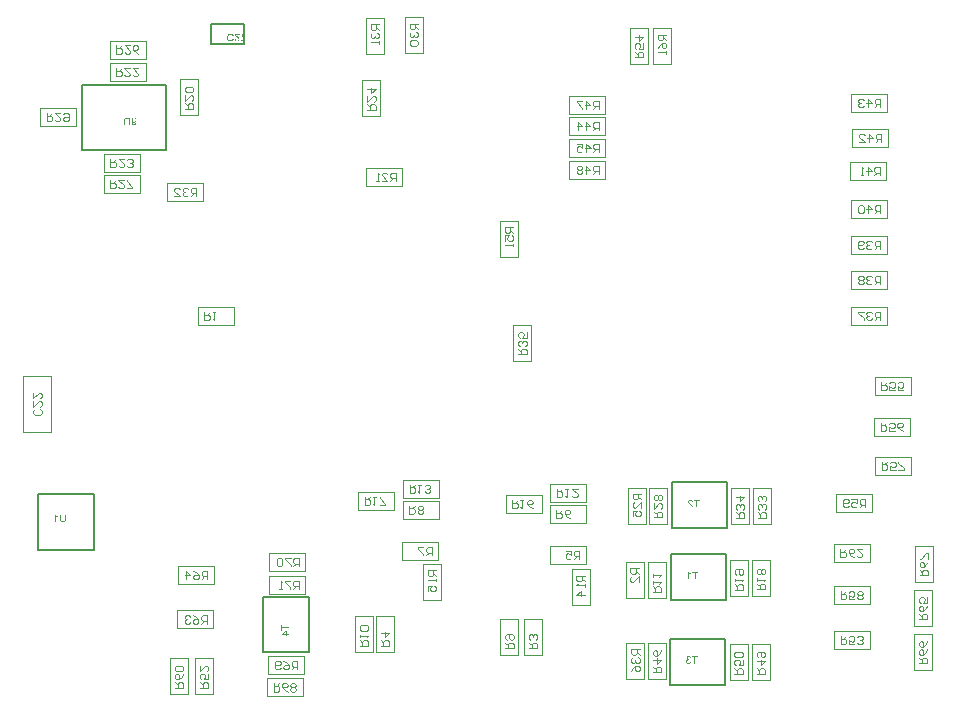
<source format=gbr>
%TF.GenerationSoftware,Altium Limited,Altium Designer,24.7.2 (38)*%
G04 Layer_Color=16711935*
%FSLAX45Y45*%
%MOMM*%
%TF.SameCoordinates,313A2AA4-CFAA-4B56-AAC7-ADE98D6BBF51*%
%TF.FilePolarity,Positive*%
%TF.FileFunction,Other,Bottom_Assembly*%
%TF.Part,Single*%
G01*
G75*
%TA.AperFunction,NonConductor*%
%ADD62C,0.20000*%
%ADD98C,0.10000*%
G36*
X1297719Y2230696D02*
X1298736Y2229217D01*
X1299938Y2227738D01*
X1301047Y2226443D01*
X1302157Y2225334D01*
X1302989Y2224409D01*
X1303359Y2224132D01*
X1303636Y2223855D01*
X1303729Y2223762D01*
X1303821Y2223670D01*
X1305763Y2222098D01*
X1307704Y2220619D01*
X1309553Y2219324D01*
X1311403Y2218307D01*
X1312974Y2217383D01*
X1313621Y2217013D01*
X1314176Y2216735D01*
X1314638Y2216458D01*
X1315008Y2216366D01*
X1315193Y2216181D01*
X1315286D01*
Y2208599D01*
X1313899Y2209154D01*
X1312512Y2209801D01*
X1311125Y2210448D01*
X1309831Y2211096D01*
X1308721Y2211650D01*
X1307797Y2212113D01*
X1307242Y2212482D01*
X1307150Y2212575D01*
X1307057D01*
X1305393Y2213592D01*
X1303914Y2214609D01*
X1302619Y2215534D01*
X1301602Y2216366D01*
X1300678Y2217013D01*
X1300123Y2217568D01*
X1299661Y2217937D01*
X1299568Y2218030D01*
Y2168011D01*
X1291709D01*
Y2232268D01*
X1296794D01*
X1297719Y2230696D01*
D02*
G37*
G36*
X1382501Y2195008D02*
Y2193159D01*
X1382409Y2191403D01*
X1382316Y2189738D01*
X1382131Y2188167D01*
X1381946Y2186780D01*
X1381762Y2185485D01*
X1381484Y2184283D01*
X1381299Y2183174D01*
X1381114Y2182157D01*
X1380837Y2181325D01*
X1380652Y2180585D01*
X1380467Y2180030D01*
X1380282Y2179568D01*
X1380190Y2179198D01*
X1380097Y2179013D01*
Y2178921D01*
X1379080Y2176887D01*
X1377786Y2175038D01*
X1376492Y2173559D01*
X1375105Y2172264D01*
X1373903Y2171247D01*
X1372886Y2170507D01*
X1372516Y2170323D01*
X1372239Y2170138D01*
X1372054Y2169953D01*
X1371961D01*
X1369650Y2168936D01*
X1367246Y2168196D01*
X1364750Y2167641D01*
X1362438Y2167272D01*
X1361421Y2167179D01*
X1360404Y2167087D01*
X1359480Y2166994D01*
X1358740D01*
X1358093Y2166902D01*
X1357261D01*
X1353932Y2167087D01*
X1352453Y2167272D01*
X1351066Y2167456D01*
X1349679Y2167734D01*
X1348477Y2168011D01*
X1347368Y2168289D01*
X1346351Y2168658D01*
X1345426Y2169028D01*
X1344687Y2169306D01*
X1343947Y2169583D01*
X1343392Y2169860D01*
X1342930Y2170138D01*
X1342653Y2170230D01*
X1342468Y2170415D01*
X1342375D01*
X1340341Y2171802D01*
X1338677Y2173374D01*
X1337383Y2174853D01*
X1336273Y2176332D01*
X1335441Y2177627D01*
X1334886Y2178644D01*
X1334701Y2179013D01*
X1334517Y2179291D01*
X1334424Y2179476D01*
Y2179568D01*
X1334054Y2180678D01*
X1333684Y2181880D01*
X1333130Y2184376D01*
X1332760Y2186965D01*
X1332482Y2189461D01*
X1332390Y2190570D01*
X1332298Y2191680D01*
Y2192604D01*
X1332205Y2193437D01*
Y2194084D01*
Y2194546D01*
Y2194916D01*
Y2195008D01*
Y2231991D01*
X1340711D01*
Y2195008D01*
Y2192882D01*
X1340896Y2190848D01*
X1341081Y2189091D01*
X1341358Y2187427D01*
X1341636Y2185948D01*
X1342005Y2184561D01*
X1342283Y2183359D01*
X1342653Y2182342D01*
X1343022Y2181510D01*
X1343392Y2180678D01*
X1343762Y2180123D01*
X1344039Y2179568D01*
X1344317Y2179198D01*
X1344502Y2178921D01*
X1344594Y2178829D01*
X1344687Y2178736D01*
X1345519Y2177996D01*
X1346443Y2177349D01*
X1348477Y2176332D01*
X1350604Y2175593D01*
X1352823Y2175130D01*
X1354857Y2174760D01*
X1355689Y2174668D01*
X1356521D01*
X1357076Y2174576D01*
X1358000D01*
X1359942Y2174668D01*
X1361699Y2174945D01*
X1363363Y2175223D01*
X1364657Y2175685D01*
X1365767Y2176055D01*
X1366599Y2176332D01*
X1367061Y2176610D01*
X1367246Y2176702D01*
X1368540Y2177534D01*
X1369650Y2178551D01*
X1370574Y2179568D01*
X1371222Y2180493D01*
X1371776Y2181417D01*
X1372239Y2182064D01*
X1372423Y2182527D01*
X1372516Y2182712D01*
X1372793Y2183544D01*
X1372978Y2184376D01*
X1373348Y2186317D01*
X1373625Y2188351D01*
X1373810Y2190386D01*
X1373903Y2192142D01*
Y2192974D01*
X1373995Y2193621D01*
Y2194176D01*
Y2194638D01*
Y2194916D01*
Y2195008D01*
Y2231991D01*
X1382501D01*
Y2195008D01*
D02*
G37*
G36*
X6657710Y1747944D02*
X6658727Y1746464D01*
X6659929Y1744985D01*
X6661038Y1743691D01*
X6662148Y1742581D01*
X6662980Y1741657D01*
X6663350Y1741379D01*
X6663627Y1741102D01*
X6663720Y1741009D01*
X6663812Y1740917D01*
X6665754Y1739345D01*
X6667695Y1737866D01*
X6669544Y1736572D01*
X6671394Y1735555D01*
X6672965Y1734630D01*
X6673613Y1734260D01*
X6674167Y1733983D01*
X6674630Y1733705D01*
X6674999Y1733613D01*
X6675184Y1733428D01*
X6675277D01*
Y1725847D01*
X6673890Y1726401D01*
X6672503Y1727049D01*
X6671116Y1727696D01*
X6669822Y1728343D01*
X6668712Y1728898D01*
X6667788Y1729360D01*
X6667233Y1729730D01*
X6667141Y1729822D01*
X6667048D01*
X6665384Y1730839D01*
X6663905Y1731856D01*
X6662610Y1732781D01*
X6661593Y1733613D01*
X6660669Y1734260D01*
X6660114Y1734815D01*
X6659652Y1735185D01*
X6659559Y1735277D01*
Y1685259D01*
X6651700D01*
Y1749515D01*
X6656786D01*
X6657710Y1747944D01*
D02*
G37*
G36*
X6737500Y1741657D02*
X6716420D01*
Y1685259D01*
X6707914D01*
Y1741657D01*
X6686834D01*
Y1749238D01*
X6737500D01*
Y1741657D01*
D02*
G37*
G36*
X6658905Y1034648D02*
X6661401Y1034186D01*
X6663528Y1033446D01*
X6665377Y1032707D01*
X6666209Y1032245D01*
X6666856Y1031875D01*
X6667504Y1031505D01*
X6667966Y1031135D01*
X6668336Y1030858D01*
X6668613Y1030673D01*
X6668798Y1030580D01*
X6668890Y1030488D01*
X6670647Y1028731D01*
X6672034Y1026790D01*
X6673143Y1024756D01*
X6674068Y1022722D01*
X6674623Y1020965D01*
X6674900Y1020225D01*
X6675085Y1019578D01*
X6675177Y1019023D01*
X6675270Y1018654D01*
X6675362Y1018376D01*
Y1018284D01*
X6667504Y1016897D01*
X6667134Y1018931D01*
X6666579Y1020688D01*
X6665932Y1022167D01*
X6665285Y1023369D01*
X6664637Y1024293D01*
X6664083Y1024941D01*
X6663713Y1025403D01*
X6663620Y1025495D01*
X6662418Y1026420D01*
X6661124Y1027159D01*
X6659922Y1027622D01*
X6658720Y1027992D01*
X6657611Y1028177D01*
X6656779Y1028361D01*
X6656039D01*
X6654375Y1028269D01*
X6652896Y1027899D01*
X6651601Y1027437D01*
X6650492Y1026975D01*
X6649660Y1026420D01*
X6649012Y1025958D01*
X6648550Y1025588D01*
X6648458Y1025495D01*
X6647441Y1024386D01*
X6646701Y1023184D01*
X6646239Y1021982D01*
X6645869Y1020872D01*
X6645684Y1019855D01*
X6645499Y1019116D01*
Y1018561D01*
Y1018469D01*
Y1018376D01*
Y1017359D01*
X6645684Y1016435D01*
X6646146Y1014863D01*
X6646793Y1013476D01*
X6647533Y1012274D01*
X6648273Y1011442D01*
X6648920Y1010795D01*
X6649382Y1010425D01*
X6649475Y1010332D01*
X6649567D01*
X6651139Y1009500D01*
X6652618Y1008853D01*
X6654190Y1008391D01*
X6655577Y1008114D01*
X6656779Y1007929D01*
X6657796Y1007744D01*
X6658998D01*
X6659367Y1007836D01*
X6659830D01*
X6660754Y1000902D01*
X6659552Y1001179D01*
X6658443Y1001364D01*
X6657518Y1001549D01*
X6656686Y1001642D01*
X6656039Y1001734D01*
X6655207D01*
X6653265Y1001549D01*
X6651509Y1001179D01*
X6649937Y1000625D01*
X6648643Y999977D01*
X6647626Y999330D01*
X6646886Y998775D01*
X6646424Y998406D01*
X6646239Y998221D01*
X6645037Y996834D01*
X6644112Y995355D01*
X6643465Y993875D01*
X6643095Y992396D01*
X6642818Y991194D01*
X6642725Y990177D01*
X6642633Y989807D01*
Y989530D01*
Y989345D01*
Y989253D01*
X6642818Y987218D01*
X6643280Y985369D01*
X6643835Y983798D01*
X6644574Y982411D01*
X6645314Y981301D01*
X6645869Y980469D01*
X6646331Y979914D01*
X6646516Y979730D01*
X6647995Y978435D01*
X6649567Y977511D01*
X6651139Y976863D01*
X6652618Y976401D01*
X6653913Y976124D01*
X6654930Y976031D01*
X6655299Y975939D01*
X6655854D01*
X6657518Y976031D01*
X6659090Y976401D01*
X6660477Y976863D01*
X6661586Y977418D01*
X6662511Y977880D01*
X6663251Y978343D01*
X6663620Y978713D01*
X6663805Y978805D01*
X6664915Y980099D01*
X6665839Y981579D01*
X6666671Y983150D01*
X6667319Y984815D01*
X6667781Y986201D01*
X6667966Y986849D01*
X6668058Y987403D01*
X6668151Y987866D01*
X6668243Y988236D01*
X6668336Y988420D01*
Y988513D01*
X6676194Y987496D01*
X6676010Y986017D01*
X6675732Y984630D01*
X6674900Y982041D01*
X6673883Y979822D01*
X6673328Y978897D01*
X6672774Y977973D01*
X6672219Y977141D01*
X6671664Y976494D01*
X6671202Y975846D01*
X6670740Y975384D01*
X6670462Y975014D01*
X6670185Y974737D01*
X6670000Y974552D01*
X6669907Y974460D01*
X6668798Y973627D01*
X6667688Y972795D01*
X6666579Y972148D01*
X6665377Y971593D01*
X6663066Y970669D01*
X6660847Y970114D01*
X6659830Y969929D01*
X6658905Y969744D01*
X6658073Y969652D01*
X6657333Y969559D01*
X6656779Y969467D01*
X6655947D01*
X6654190Y969559D01*
X6652618Y969744D01*
X6651046Y970022D01*
X6649567Y970392D01*
X6648180Y970854D01*
X6646978Y971316D01*
X6645776Y971871D01*
X6644759Y972426D01*
X6643742Y972888D01*
X6642910Y973443D01*
X6642171Y973905D01*
X6641616Y974367D01*
X6641154Y974737D01*
X6640784Y975014D01*
X6640599Y975199D01*
X6640506Y975292D01*
X6639397Y976401D01*
X6638472Y977603D01*
X6637640Y978805D01*
X6636901Y980007D01*
X6636346Y981116D01*
X6635791Y982318D01*
X6635052Y984537D01*
X6634867Y985554D01*
X6634682Y986479D01*
X6634497Y987311D01*
X6634404Y988051D01*
X6634312Y988605D01*
Y989068D01*
Y989345D01*
Y989437D01*
X6634404Y991656D01*
X6634774Y993690D01*
X6635329Y995447D01*
X6635884Y996926D01*
X6636438Y998128D01*
X6636993Y999053D01*
X6637363Y999608D01*
X6637455Y999793D01*
X6638750Y1001179D01*
X6640137Y1002381D01*
X6641616Y1003306D01*
X6643095Y1004045D01*
X6644390Y1004600D01*
X6645407Y1004970D01*
X6645776Y1005063D01*
X6646054Y1005155D01*
X6646239Y1005247D01*
X6646331D01*
X6644759Y1006080D01*
X6643465Y1006912D01*
X6642356Y1007836D01*
X6641431Y1008668D01*
X6640691Y1009408D01*
X6640137Y1010055D01*
X6639859Y1010425D01*
X6639767Y1010610D01*
X6639027Y1011904D01*
X6638472Y1013199D01*
X6638010Y1014493D01*
X6637733Y1015695D01*
X6637548Y1016712D01*
X6637455Y1017452D01*
Y1018006D01*
Y1018191D01*
X6637548Y1019763D01*
X6637825Y1021335D01*
X6638195Y1022722D01*
X6638657Y1023924D01*
X6639120Y1024941D01*
X6639489Y1025773D01*
X6639767Y1026235D01*
X6639859Y1026420D01*
X6640784Y1027807D01*
X6641893Y1029009D01*
X6643003Y1030026D01*
X6644112Y1030950D01*
X6645037Y1031597D01*
X6645869Y1032152D01*
X6646424Y1032429D01*
X6646516Y1032522D01*
X6646608D01*
X6648273Y1033262D01*
X6649937Y1033816D01*
X6651601Y1034279D01*
X6653080Y1034556D01*
X6654282Y1034741D01*
X6655299Y1034833D01*
X6657611D01*
X6658905Y1034648D01*
D02*
G37*
G36*
X6732500Y1026975D02*
X6711420D01*
Y970576D01*
X6702914D01*
Y1026975D01*
X6681834D01*
Y1034556D01*
X6732500D01*
Y1026975D01*
D02*
G37*
G36*
X6674278Y2357840D02*
X6675850Y2357747D01*
X6677330Y2357470D01*
X6678716Y2357193D01*
X6680011Y2356823D01*
X6681213Y2356453D01*
X6682322Y2355991D01*
X6683339Y2355528D01*
X6684264Y2355066D01*
X6685003Y2354604D01*
X6685651Y2354234D01*
X6686205Y2353864D01*
X6686668Y2353587D01*
X6686945Y2353309D01*
X6687130Y2353217D01*
X6687222Y2353125D01*
X6688147Y2352200D01*
X6688979Y2351183D01*
X6689811Y2350074D01*
X6690458Y2348964D01*
X6691568Y2346745D01*
X6692307Y2344526D01*
X6692585Y2343509D01*
X6692862Y2342492D01*
X6693047Y2341660D01*
X6693232Y2340920D01*
X6693324Y2340273D01*
Y2339811D01*
X6693417Y2339534D01*
Y2339441D01*
X6685373Y2338609D01*
X6685188Y2340735D01*
X6684818Y2342585D01*
X6684264Y2344249D01*
X6683617Y2345543D01*
X6683062Y2346653D01*
X6682507Y2347392D01*
X6682137Y2347855D01*
X6681952Y2348039D01*
X6680566Y2349149D01*
X6679086Y2349981D01*
X6677514Y2350628D01*
X6676128Y2350998D01*
X6674833Y2351275D01*
X6673724Y2351368D01*
X6673354Y2351460D01*
X6672799D01*
X6670858Y2351368D01*
X6669101Y2350998D01*
X6667622Y2350443D01*
X6666327Y2349889D01*
X6665310Y2349241D01*
X6664663Y2348779D01*
X6664201Y2348409D01*
X6664016Y2348224D01*
X6662906Y2346930D01*
X6662074Y2345636D01*
X6661427Y2344341D01*
X6661057Y2343047D01*
X6660780Y2342030D01*
X6660687Y2341105D01*
X6660595Y2340551D01*
Y2340458D01*
Y2340366D01*
X6660780Y2338701D01*
X6661150Y2336945D01*
X6661797Y2335373D01*
X6662444Y2333894D01*
X6663184Y2332692D01*
X6663831Y2331675D01*
X6664016Y2331305D01*
X6664201Y2331028D01*
X6664386Y2330935D01*
Y2330843D01*
X6665125Y2329826D01*
X6666050Y2328809D01*
X6667067Y2327699D01*
X6668176Y2326590D01*
X6670488Y2324371D01*
X6672799Y2322152D01*
X6674001Y2321135D01*
X6675018Y2320210D01*
X6676035Y2319378D01*
X6676867Y2318638D01*
X6677514Y2318084D01*
X6678069Y2317621D01*
X6678439Y2317344D01*
X6678531Y2317252D01*
X6680843Y2315310D01*
X6682969Y2313461D01*
X6684726Y2311797D01*
X6686113Y2310410D01*
X6687315Y2309208D01*
X6688147Y2308376D01*
X6688609Y2307821D01*
X6688794Y2307729D01*
Y2307636D01*
X6690088Y2306064D01*
X6691105Y2304585D01*
X6692030Y2303106D01*
X6692770Y2301811D01*
X6693324Y2300702D01*
X6693694Y2299870D01*
X6693879Y2299315D01*
X6693972Y2299223D01*
Y2299130D01*
X6694341Y2298113D01*
X6694526Y2297189D01*
X6694711Y2296264D01*
X6694804Y2295432D01*
X6694896Y2294692D01*
Y2294138D01*
Y2293768D01*
Y2293675D01*
X6652459D01*
Y2301257D01*
X6683986D01*
X6682877Y2302829D01*
X6682322Y2303476D01*
X6681860Y2304123D01*
X6681398Y2304678D01*
X6681028Y2305047D01*
X6680750Y2305325D01*
X6680658Y2305417D01*
X6680196Y2305880D01*
X6679641Y2306342D01*
X6678347Y2307544D01*
X6676867Y2308931D01*
X6675296Y2310317D01*
X6673816Y2311519D01*
X6673169Y2312074D01*
X6672614Y2312629D01*
X6672152Y2312999D01*
X6671782Y2313276D01*
X6671597Y2313461D01*
X6671505Y2313553D01*
X6670026Y2314848D01*
X6668546Y2316050D01*
X6667252Y2317252D01*
X6666050Y2318269D01*
X6664940Y2319286D01*
X6664016Y2320210D01*
X6663091Y2321042D01*
X6662352Y2321782D01*
X6661612Y2322522D01*
X6661057Y2323076D01*
X6660595Y2323539D01*
X6660133Y2324001D01*
X6659670Y2324556D01*
X6659486Y2324741D01*
X6658191Y2326312D01*
X6657082Y2327699D01*
X6656157Y2329086D01*
X6655417Y2330195D01*
X6654863Y2331213D01*
X6654493Y2331952D01*
X6654308Y2332414D01*
X6654216Y2332599D01*
X6653661Y2333986D01*
X6653291Y2335373D01*
X6652921Y2336667D01*
X6652736Y2337777D01*
X6652644Y2338794D01*
X6652551Y2339534D01*
Y2339996D01*
Y2340181D01*
X6652644Y2341568D01*
X6652829Y2342862D01*
X6653014Y2344156D01*
X6653383Y2345266D01*
X6654308Y2347485D01*
X6655233Y2349241D01*
X6655787Y2350074D01*
X6656250Y2350721D01*
X6656712Y2351368D01*
X6657174Y2351830D01*
X6657544Y2352200D01*
X6657729Y2352570D01*
X6657914Y2352662D01*
X6658006Y2352755D01*
X6659023Y2353679D01*
X6660133Y2354511D01*
X6661335Y2355159D01*
X6662537Y2355713D01*
X6664940Y2356638D01*
X6667344Y2357285D01*
X6668361Y2357470D01*
X6669378Y2357655D01*
X6670303Y2357747D01*
X6671043Y2357840D01*
X6671690Y2357932D01*
X6672614D01*
X6674278Y2357840D01*
D02*
G37*
G36*
X6750000Y2350074D02*
X6728920D01*
Y2293675D01*
X6720414D01*
Y2350074D01*
X6699334D01*
Y2357655D01*
X6750000D01*
Y2350074D01*
D02*
G37*
G36*
X3212426Y1278920D02*
X3268824D01*
Y1270414D01*
X3212426D01*
Y1249334D01*
X3204845D01*
Y1300000D01*
X3212426D01*
Y1278920D01*
D02*
G37*
G36*
X3253477Y1218638D02*
X3268824D01*
Y1210780D01*
X3253477D01*
Y1202089D01*
X3246265D01*
Y1210780D01*
X3204845D01*
Y1217159D01*
X3246265Y1246468D01*
X3253477D01*
Y1218638D01*
D02*
G37*
G36*
X1962651Y5594909D02*
X1964592Y5594539D01*
X1966349Y5594169D01*
X1967921Y5593614D01*
X1969123Y5593152D01*
X1970047Y5592690D01*
X1970417Y5592597D01*
X1970694Y5592412D01*
X1970787Y5592320D01*
X1970879D01*
X1972451Y5591211D01*
X1973930Y5589916D01*
X1975132Y5588622D01*
X1976149Y5587327D01*
X1976981Y5586125D01*
X1977536Y5585201D01*
X1977721Y5584831D01*
X1977906Y5584554D01*
X1977998Y5584461D01*
Y5584369D01*
X1978923Y5582427D01*
X1979570Y5580393D01*
X1980032Y5578544D01*
X1980310Y5576787D01*
X1980587Y5575308D01*
Y5574753D01*
X1980680Y5574199D01*
Y5573736D01*
Y5573459D01*
Y5573274D01*
Y5573182D01*
X1980587Y5571517D01*
X1980402Y5569946D01*
X1980125Y5568374D01*
X1979847Y5566987D01*
X1979385Y5565693D01*
X1978923Y5564398D01*
X1978461Y5563289D01*
X1977906Y5562272D01*
X1977351Y5561347D01*
X1976889Y5560515D01*
X1976427Y5559868D01*
X1975964Y5559221D01*
X1975687Y5558759D01*
X1975410Y5558481D01*
X1975225Y5558296D01*
X1975132Y5558204D01*
X1974115Y5557187D01*
X1973006Y5556262D01*
X1971804Y5555523D01*
X1970694Y5554875D01*
X1969585Y5554228D01*
X1968475Y5553766D01*
X1966349Y5553119D01*
X1965424Y5552841D01*
X1964500Y5552656D01*
X1963760Y5552564D01*
X1963020Y5552471D01*
X1962466Y5552379D01*
X1961726D01*
X1960062Y5552471D01*
X1958490Y5552749D01*
X1957011Y5553026D01*
X1955716Y5553396D01*
X1954607Y5553858D01*
X1953775Y5554136D01*
X1953220Y5554413D01*
X1953128Y5554506D01*
X1953035D01*
X1951556Y5555430D01*
X1950262Y5556447D01*
X1949060Y5557464D01*
X1948135Y5558574D01*
X1947303Y5559498D01*
X1946656Y5560238D01*
X1946286Y5560793D01*
X1946193Y5560885D01*
Y5559221D01*
X1946286Y5557557D01*
X1946378Y5556077D01*
X1946563Y5554598D01*
X1946656Y5553304D01*
X1946841Y5552102D01*
X1947026Y5550992D01*
X1947303Y5549975D01*
X1947488Y5549051D01*
X1947673Y5548311D01*
X1947858Y5547664D01*
X1947950Y5547109D01*
X1948135Y5546739D01*
X1948227Y5546462D01*
X1948320Y5546277D01*
Y5546184D01*
X1949245Y5544335D01*
X1950169Y5542671D01*
X1951186Y5541377D01*
X1952111Y5540267D01*
X1952943Y5539343D01*
X1953590Y5538696D01*
X1954052Y5538326D01*
X1954237Y5538233D01*
X1955347Y5537494D01*
X1956456Y5537031D01*
X1957566Y5536662D01*
X1958675Y5536384D01*
X1959507Y5536199D01*
X1960247Y5536107D01*
X1960894D01*
X1962558Y5536292D01*
X1964130Y5536662D01*
X1965424Y5537216D01*
X1966626Y5537771D01*
X1967551Y5538418D01*
X1968198Y5538973D01*
X1968568Y5539343D01*
X1968753Y5539528D01*
X1969400Y5540360D01*
X1970047Y5541377D01*
X1970602Y5542486D01*
X1970972Y5543596D01*
X1971341Y5544613D01*
X1971619Y5545445D01*
X1971711Y5546000D01*
X1971804Y5546092D01*
Y5546184D01*
X1979663Y5545537D01*
X1979108Y5542949D01*
X1978276Y5540637D01*
X1977351Y5538603D01*
X1976334Y5536939D01*
X1975317Y5535645D01*
X1974947Y5535090D01*
X1974485Y5534627D01*
X1974208Y5534350D01*
X1973930Y5534073D01*
X1973838Y5533980D01*
X1973745Y5533888D01*
X1972821Y5533148D01*
X1971804Y5532501D01*
X1969770Y5531392D01*
X1967736Y5530652D01*
X1965794Y5530190D01*
X1964037Y5529820D01*
X1963298Y5529727D01*
X1962651D01*
X1962096Y5529635D01*
X1961356D01*
X1959507Y5529727D01*
X1957750Y5529912D01*
X1956086Y5530282D01*
X1954515Y5530744D01*
X1953128Y5531392D01*
X1951741Y5531946D01*
X1950539Y5532686D01*
X1949429Y5533333D01*
X1948505Y5533980D01*
X1947580Y5534720D01*
X1946841Y5535275D01*
X1946286Y5535829D01*
X1945824Y5536384D01*
X1945454Y5536754D01*
X1945269Y5536939D01*
X1945176Y5537031D01*
X1943975Y5538696D01*
X1942958Y5540637D01*
X1942033Y5542671D01*
X1941201Y5544798D01*
X1940554Y5547017D01*
X1939999Y5549236D01*
X1939537Y5551547D01*
X1939167Y5553673D01*
X1938889Y5555800D01*
X1938705Y5557741D01*
X1938520Y5559498D01*
X1938427Y5560977D01*
Y5562272D01*
X1938335Y5563196D01*
Y5563566D01*
Y5563844D01*
Y5563936D01*
Y5564028D01*
X1938427Y5566987D01*
X1938612Y5569761D01*
X1938889Y5572350D01*
X1939352Y5574753D01*
X1939814Y5576880D01*
X1940276Y5578821D01*
X1940831Y5580578D01*
X1941478Y5582150D01*
X1942033Y5583444D01*
X1942588Y5584646D01*
X1943050Y5585571D01*
X1943605Y5586403D01*
X1943975Y5587050D01*
X1944252Y5587420D01*
X1944437Y5587697D01*
X1944529Y5587790D01*
X1945731Y5589084D01*
X1947026Y5590194D01*
X1948320Y5591118D01*
X1949614Y5591950D01*
X1951001Y5592690D01*
X1952296Y5593245D01*
X1953590Y5593707D01*
X1954884Y5594077D01*
X1955994Y5594354D01*
X1957103Y5594631D01*
X1958028Y5594816D01*
X1958860Y5594909D01*
X1959600D01*
X1960062Y5595001D01*
X1960524D01*
X1962651Y5594909D01*
D02*
G37*
G36*
X1906068Y5594816D02*
X1907547Y5594631D01*
X1908934Y5594447D01*
X1910321Y5594169D01*
X1911522Y5593892D01*
X1912632Y5593614D01*
X1913649Y5593245D01*
X1914574Y5592875D01*
X1915313Y5592597D01*
X1916053Y5592320D01*
X1916608Y5592043D01*
X1917070Y5591765D01*
X1917347Y5591673D01*
X1917532Y5591488D01*
X1917625D01*
X1919659Y5590101D01*
X1921323Y5588529D01*
X1922617Y5587050D01*
X1923727Y5585571D01*
X1924559Y5584276D01*
X1925113Y5583259D01*
X1925298Y5582890D01*
X1925483Y5582612D01*
X1925576Y5582427D01*
Y5582335D01*
X1925946Y5581225D01*
X1926315Y5580023D01*
X1926870Y5577527D01*
X1927240Y5574938D01*
X1927517Y5572442D01*
X1927610Y5571333D01*
X1927702Y5570223D01*
Y5569298D01*
X1927795Y5568466D01*
Y5567819D01*
Y5567357D01*
Y5566987D01*
Y5566895D01*
Y5529912D01*
X1919289D01*
Y5566895D01*
Y5569021D01*
X1919104Y5571055D01*
X1918919Y5572812D01*
X1918642Y5574476D01*
X1918364Y5575955D01*
X1917994Y5577342D01*
X1917717Y5578544D01*
X1917347Y5579561D01*
X1916977Y5580393D01*
X1916608Y5581225D01*
X1916238Y5581780D01*
X1915960Y5582335D01*
X1915683Y5582705D01*
X1915498Y5582982D01*
X1915406Y5583074D01*
X1915313Y5583167D01*
X1914481Y5583907D01*
X1913556Y5584554D01*
X1911522Y5585571D01*
X1909396Y5586310D01*
X1907177Y5586773D01*
X1905143Y5587142D01*
X1904311Y5587235D01*
X1903479D01*
X1902924Y5587327D01*
X1901999D01*
X1900058Y5587235D01*
X1898301Y5586958D01*
X1896637Y5586680D01*
X1895343Y5586218D01*
X1894233Y5585848D01*
X1893401Y5585571D01*
X1892939Y5585293D01*
X1892754Y5585201D01*
X1891460Y5584369D01*
X1890350Y5583352D01*
X1889425Y5582335D01*
X1888778Y5581410D01*
X1888224Y5580486D01*
X1887761Y5579838D01*
X1887576Y5579376D01*
X1887484Y5579191D01*
X1887207Y5578359D01*
X1887022Y5577527D01*
X1886652Y5575585D01*
X1886374Y5573551D01*
X1886190Y5571517D01*
X1886097Y5569761D01*
Y5568929D01*
X1886005Y5568281D01*
Y5567727D01*
Y5567264D01*
Y5566987D01*
Y5566895D01*
Y5529912D01*
X1877499D01*
Y5566895D01*
Y5568744D01*
X1877591Y5570500D01*
X1877684Y5572165D01*
X1877868Y5573736D01*
X1878053Y5575123D01*
X1878238Y5576418D01*
X1878516Y5577620D01*
X1878701Y5578729D01*
X1878885Y5579746D01*
X1879163Y5580578D01*
X1879348Y5581318D01*
X1879533Y5581873D01*
X1879718Y5582335D01*
X1879810Y5582705D01*
X1879903Y5582890D01*
Y5582982D01*
X1880920Y5585016D01*
X1882214Y5586865D01*
X1883508Y5588344D01*
X1884895Y5589639D01*
X1886097Y5590656D01*
X1887114Y5591395D01*
X1887484Y5591580D01*
X1887761Y5591765D01*
X1887946Y5591950D01*
X1888039D01*
X1890350Y5592967D01*
X1892754Y5593707D01*
X1895250Y5594262D01*
X1897562Y5594631D01*
X1898579Y5594724D01*
X1899596Y5594816D01*
X1900520Y5594909D01*
X1901260D01*
X1901907Y5595001D01*
X1902739D01*
X1906068Y5594816D01*
D02*
G37*
G36*
X2779396Y6304909D02*
X2781152Y6304724D01*
X2782816Y6304539D01*
X2784388Y6304169D01*
X2785867Y6303707D01*
X2787254Y6303245D01*
X2788549Y6302782D01*
X2789751Y6302228D01*
X2790768Y6301765D01*
X2791785Y6301303D01*
X2792524Y6300841D01*
X2793264Y6300379D01*
X2793726Y6300009D01*
X2794188Y6299824D01*
X2794373Y6299639D01*
X2794466Y6299546D01*
X2795760Y6298437D01*
X2796870Y6297328D01*
X2797887Y6296033D01*
X2798904Y6294739D01*
X2800568Y6292150D01*
X2801862Y6289561D01*
X2802417Y6288359D01*
X2802879Y6287250D01*
X2803249Y6286233D01*
X2803527Y6285401D01*
X2803804Y6284661D01*
X2803989Y6284106D01*
X2804081Y6283736D01*
Y6283644D01*
X2795575Y6281518D01*
X2795205Y6282997D01*
X2794743Y6284384D01*
X2794281Y6285678D01*
X2793819Y6286880D01*
X2793264Y6287989D01*
X2792709Y6288914D01*
X2792062Y6289839D01*
X2791507Y6290671D01*
X2791045Y6291410D01*
X2790490Y6291965D01*
X2790028Y6292520D01*
X2789658Y6292982D01*
X2789288Y6293259D01*
X2789011Y6293537D01*
X2788918Y6293629D01*
X2788826Y6293722D01*
X2787901Y6294461D01*
X2786884Y6295016D01*
X2784850Y6296033D01*
X2782909Y6296773D01*
X2780967Y6297235D01*
X2779303Y6297605D01*
X2778656Y6297697D01*
X2778009D01*
X2777454Y6297790D01*
X2776807D01*
X2774680Y6297697D01*
X2772646Y6297328D01*
X2770797Y6296865D01*
X2769133Y6296310D01*
X2767839Y6295756D01*
X2767284Y6295478D01*
X2766821Y6295293D01*
X2766452Y6295109D01*
X2766174Y6294924D01*
X2765989Y6294831D01*
X2765897D01*
X2764140Y6293537D01*
X2762661Y6292150D01*
X2761367Y6290578D01*
X2760350Y6289099D01*
X2759517Y6287805D01*
X2758963Y6286695D01*
X2758778Y6286233D01*
X2758593Y6285955D01*
X2758500Y6285771D01*
Y6285678D01*
X2757761Y6283274D01*
X2757206Y6280870D01*
X2756744Y6278466D01*
X2756466Y6276248D01*
X2756374Y6275231D01*
X2756282Y6274306D01*
Y6273474D01*
X2756189Y6272827D01*
Y6272272D01*
Y6271810D01*
Y6271532D01*
Y6271440D01*
X2756282Y6269036D01*
X2756466Y6266817D01*
X2756836Y6264783D01*
X2757206Y6262934D01*
X2757483Y6261362D01*
X2757668Y6260715D01*
X2757853Y6260160D01*
X2757946Y6259698D01*
X2758038Y6259421D01*
X2758131Y6259236D01*
Y6259143D01*
X2759055Y6257017D01*
X2760072Y6255075D01*
X2761182Y6253503D01*
X2762384Y6252117D01*
X2763401Y6251007D01*
X2764233Y6250267D01*
X2764880Y6249805D01*
X2764972Y6249620D01*
X2765065D01*
X2767006Y6248418D01*
X2769133Y6247494D01*
X2771167Y6246847D01*
X2773108Y6246477D01*
X2774865Y6246199D01*
X2775605Y6246107D01*
X2776252D01*
X2776714Y6246014D01*
X2777454D01*
X2779765Y6246107D01*
X2781892Y6246477D01*
X2783648Y6247031D01*
X2785220Y6247586D01*
X2786422Y6248233D01*
X2787347Y6248696D01*
X2787901Y6249065D01*
X2788086Y6249250D01*
X2789566Y6250637D01*
X2790953Y6252209D01*
X2792062Y6253873D01*
X2792987Y6255537D01*
X2793726Y6257017D01*
X2794004Y6257756D01*
X2794188Y6258311D01*
X2794373Y6258773D01*
X2794558Y6259143D01*
X2794651Y6259328D01*
Y6259421D01*
X2802972Y6257479D01*
X2802417Y6255815D01*
X2801862Y6254335D01*
X2801123Y6252949D01*
X2800475Y6251562D01*
X2799736Y6250360D01*
X2798904Y6249250D01*
X2798164Y6248141D01*
X2797424Y6247216D01*
X2796685Y6246477D01*
X2796038Y6245737D01*
X2795390Y6245090D01*
X2794928Y6244628D01*
X2794466Y6244165D01*
X2794096Y6243888D01*
X2793911Y6243795D01*
X2793819Y6243703D01*
X2792524Y6242871D01*
X2791230Y6242039D01*
X2789935Y6241392D01*
X2788549Y6240837D01*
X2785775Y6240005D01*
X2783279Y6239450D01*
X2782077Y6239173D01*
X2781060Y6239080D01*
X2780043Y6238988D01*
X2779211Y6238895D01*
X2778563Y6238803D01*
X2777639D01*
X2774588Y6238988D01*
X2771629Y6239450D01*
X2769040Y6240005D01*
X2767839Y6240375D01*
X2766729Y6240744D01*
X2765712Y6241114D01*
X2764787Y6241484D01*
X2764048Y6241761D01*
X2763308Y6242039D01*
X2762846Y6242316D01*
X2762476Y6242501D01*
X2762199Y6242594D01*
X2762106Y6242686D01*
X2759610Y6244258D01*
X2757483Y6246107D01*
X2755634Y6247956D01*
X2754063Y6249805D01*
X2752861Y6251469D01*
X2752398Y6252209D01*
X2752029Y6252856D01*
X2751659Y6253318D01*
X2751474Y6253688D01*
X2751381Y6253966D01*
X2751289Y6254058D01*
X2749995Y6256924D01*
X2749070Y6259883D01*
X2748423Y6262841D01*
X2747960Y6265523D01*
X2747776Y6266725D01*
X2747683Y6267927D01*
X2747591Y6268851D01*
Y6269776D01*
X2747498Y6270423D01*
Y6270978D01*
Y6271347D01*
Y6271440D01*
X2747683Y6274768D01*
X2748053Y6278004D01*
X2748515Y6280870D01*
X2748885Y6282257D01*
X2749162Y6283459D01*
X2749440Y6284569D01*
X2749810Y6285586D01*
X2750087Y6286510D01*
X2750272Y6287250D01*
X2750549Y6287805D01*
X2750642Y6288267D01*
X2750827Y6288544D01*
Y6288637D01*
X2752213Y6291410D01*
X2753785Y6293907D01*
X2755449Y6296033D01*
X2756282Y6296865D01*
X2757021Y6297697D01*
X2757761Y6298437D01*
X2758500Y6299084D01*
X2759148Y6299639D01*
X2759702Y6300009D01*
X2760072Y6300379D01*
X2760442Y6300656D01*
X2760627Y6300748D01*
X2760719Y6300841D01*
X2762014Y6301580D01*
X2763308Y6302228D01*
X2766082Y6303245D01*
X2768856Y6303984D01*
X2771537Y6304447D01*
X2772831Y6304632D01*
X2773941Y6304816D01*
X2774958Y6304909D01*
X2775790D01*
X2776529Y6305001D01*
X2777546D01*
X2779396Y6304909D01*
D02*
G37*
G36*
X2852621Y6296310D02*
X2821093D01*
X2822203Y6294739D01*
X2822757Y6294092D01*
X2823220Y6293444D01*
X2823682Y6292890D01*
X2824052Y6292520D01*
X2824329Y6292242D01*
X2824422Y6292150D01*
X2824884Y6291688D01*
X2825439Y6291225D01*
X2826733Y6290023D01*
X2828212Y6288637D01*
X2829784Y6287250D01*
X2831263Y6286048D01*
X2831911Y6285493D01*
X2832465Y6284938D01*
X2832928Y6284569D01*
X2833297Y6284291D01*
X2833482Y6284106D01*
X2833575Y6284014D01*
X2835054Y6282719D01*
X2836533Y6281518D01*
X2837828Y6280316D01*
X2839030Y6279299D01*
X2840139Y6278282D01*
X2841064Y6277357D01*
X2841988Y6276525D01*
X2842728Y6275785D01*
X2843468Y6275046D01*
X2844022Y6274491D01*
X2844485Y6274029D01*
X2844947Y6273566D01*
X2845409Y6273012D01*
X2845594Y6272827D01*
X2846888Y6271255D01*
X2847998Y6269868D01*
X2848922Y6268481D01*
X2849662Y6267372D01*
X2850217Y6266355D01*
X2850587Y6265615D01*
X2850772Y6265153D01*
X2850864Y6264968D01*
X2851419Y6263581D01*
X2851789Y6262194D01*
X2852158Y6260900D01*
X2852343Y6259790D01*
X2852436Y6258773D01*
X2852528Y6258034D01*
Y6257571D01*
Y6257387D01*
X2852436Y6256000D01*
X2852251Y6254705D01*
X2852066Y6253411D01*
X2851696Y6252301D01*
X2850772Y6250082D01*
X2849847Y6248326D01*
X2849292Y6247494D01*
X2848830Y6246847D01*
X2848368Y6246199D01*
X2847905Y6245737D01*
X2847536Y6245367D01*
X2847351Y6244997D01*
X2847166Y6244905D01*
X2847073Y6244813D01*
X2846056Y6243888D01*
X2844947Y6243056D01*
X2843745Y6242409D01*
X2842543Y6241854D01*
X2840139Y6240929D01*
X2837735Y6240282D01*
X2836718Y6240097D01*
X2835701Y6239912D01*
X2834777Y6239820D01*
X2834037Y6239727D01*
X2833390Y6239635D01*
X2832465D01*
X2830801Y6239727D01*
X2829229Y6239820D01*
X2827750Y6240097D01*
X2826363Y6240375D01*
X2825069Y6240744D01*
X2823867Y6241114D01*
X2822757Y6241577D01*
X2821740Y6242039D01*
X2820816Y6242501D01*
X2820076Y6242963D01*
X2819429Y6243333D01*
X2818874Y6243703D01*
X2818412Y6243980D01*
X2818135Y6244258D01*
X2817950Y6244350D01*
X2817857Y6244443D01*
X2816933Y6245367D01*
X2816101Y6246384D01*
X2815268Y6247494D01*
X2814621Y6248603D01*
X2813512Y6250822D01*
X2812772Y6253041D01*
X2812495Y6254058D01*
X2812217Y6255075D01*
X2812032Y6255907D01*
X2811848Y6256647D01*
X2811755Y6257294D01*
Y6257756D01*
X2811663Y6258034D01*
Y6258126D01*
X2819706Y6258958D01*
X2819891Y6256832D01*
X2820261Y6254983D01*
X2820816Y6253318D01*
X2821463Y6252024D01*
X2822018Y6250915D01*
X2822572Y6250175D01*
X2822942Y6249713D01*
X2823127Y6249528D01*
X2824514Y6248418D01*
X2825993Y6247586D01*
X2827565Y6246939D01*
X2828952Y6246569D01*
X2830246Y6246292D01*
X2831356Y6246199D01*
X2831726Y6246107D01*
X2832280D01*
X2834222Y6246199D01*
X2835979Y6246569D01*
X2837458Y6247124D01*
X2838752Y6247679D01*
X2839769Y6248326D01*
X2840416Y6248788D01*
X2840879Y6249158D01*
X2841064Y6249343D01*
X2842173Y6250637D01*
X2843005Y6251932D01*
X2843652Y6253226D01*
X2844022Y6254520D01*
X2844300Y6255537D01*
X2844392Y6256462D01*
X2844485Y6257017D01*
Y6257109D01*
Y6257202D01*
X2844300Y6258866D01*
X2843930Y6260622D01*
X2843283Y6262194D01*
X2842635Y6263674D01*
X2841896Y6264875D01*
X2841249Y6265892D01*
X2841064Y6266262D01*
X2840879Y6266540D01*
X2840694Y6266632D01*
Y6266725D01*
X2839954Y6267742D01*
X2839030Y6268759D01*
X2838013Y6269868D01*
X2836903Y6270978D01*
X2834592Y6273196D01*
X2832280Y6275415D01*
X2831078Y6276432D01*
X2830061Y6277357D01*
X2829044Y6278189D01*
X2828212Y6278929D01*
X2827565Y6279484D01*
X2827010Y6279946D01*
X2826641Y6280223D01*
X2826548Y6280316D01*
X2824237Y6282257D01*
X2822110Y6284106D01*
X2820354Y6285771D01*
X2818967Y6287157D01*
X2817765Y6288359D01*
X2816933Y6289191D01*
X2816470Y6289746D01*
X2816285Y6289839D01*
Y6289931D01*
X2814991Y6291503D01*
X2813974Y6292982D01*
X2813049Y6294461D01*
X2812310Y6295756D01*
X2811755Y6296865D01*
X2811385Y6297697D01*
X2811200Y6298252D01*
X2811108Y6298345D01*
Y6298437D01*
X2810738Y6299454D01*
X2810553Y6300379D01*
X2810368Y6301303D01*
X2810276Y6302135D01*
X2810183Y6302875D01*
Y6303430D01*
Y6303799D01*
Y6303892D01*
X2852621D01*
Y6296310D01*
D02*
G37*
G36*
X2878878Y6300379D02*
X2879340Y6297143D01*
X2879803Y6294184D01*
X2880080Y6292797D01*
X2880357Y6291503D01*
X2880542Y6290393D01*
X2880820Y6289376D01*
X2881005Y6288452D01*
X2881190Y6287712D01*
X2881374Y6287157D01*
X2881467Y6286695D01*
X2881559Y6286418D01*
Y6286325D01*
X2882946Y6282072D01*
X2884426Y6278097D01*
X2885165Y6276155D01*
X2885905Y6274306D01*
X2886737Y6272642D01*
X2887477Y6270978D01*
X2888124Y6269498D01*
X2888771Y6268204D01*
X2889326Y6267094D01*
X2889788Y6266077D01*
X2890250Y6265245D01*
X2890528Y6264691D01*
X2890713Y6264321D01*
X2890805Y6264228D01*
X2891914Y6262287D01*
X2893024Y6260345D01*
X2894133Y6258588D01*
X2895243Y6256924D01*
X2896260Y6255445D01*
X2897277Y6253966D01*
X2898294Y6252671D01*
X2899126Y6251562D01*
X2899958Y6250452D01*
X2900698Y6249528D01*
X2901437Y6248788D01*
X2901992Y6248141D01*
X2902362Y6247586D01*
X2902732Y6247216D01*
X2902917Y6247031D01*
X2903009Y6246939D01*
Y6240744D01*
X2861589D01*
Y6248326D01*
X2892931D01*
X2890713Y6251007D01*
X2888586Y6253873D01*
X2886737Y6256647D01*
X2884980Y6259328D01*
X2884241Y6260530D01*
X2883593Y6261639D01*
X2882946Y6262657D01*
X2882484Y6263489D01*
X2882114Y6264228D01*
X2881837Y6264691D01*
X2881652Y6265060D01*
X2881559Y6265153D01*
X2879710Y6268851D01*
X2878046Y6272549D01*
X2876659Y6276063D01*
X2876104Y6277634D01*
X2875550Y6279206D01*
X2874995Y6280593D01*
X2874625Y6281887D01*
X2874255Y6282997D01*
X2873978Y6283921D01*
X2873701Y6284753D01*
X2873516Y6285308D01*
X2873423Y6285678D01*
Y6285771D01*
X2872499Y6289561D01*
X2872129Y6291410D01*
X2871852Y6293075D01*
X2871574Y6294646D01*
X2871297Y6296218D01*
X2871112Y6297512D01*
X2870927Y6298807D01*
X2870834Y6299916D01*
X2870742Y6300933D01*
X2870650Y6301858D01*
Y6302598D01*
X2870557Y6303152D01*
Y6303522D01*
Y6303799D01*
Y6303892D01*
X2878601D01*
X2878878Y6300379D01*
D02*
G37*
%LPC*%
G36*
X3246265Y1238794D02*
X3217604Y1218638D01*
X3246265D01*
Y1238794D01*
D02*
G37*
G36*
X1960894Y5588529D02*
X1960432D01*
X1959137Y5588437D01*
X1957935Y5588252D01*
X1956826Y5587882D01*
X1955901Y5587512D01*
X1955069Y5587235D01*
X1954422Y5586865D01*
X1954052Y5586680D01*
X1953867Y5586588D01*
X1952758Y5585756D01*
X1951833Y5584924D01*
X1951001Y5583907D01*
X1950354Y5583074D01*
X1949799Y5582242D01*
X1949429Y5581595D01*
X1949152Y5581133D01*
X1949060Y5580948D01*
X1948505Y5579561D01*
X1948135Y5578174D01*
X1947765Y5576880D01*
X1947580Y5575678D01*
X1947488Y5574661D01*
X1947395Y5573829D01*
Y5573367D01*
Y5573182D01*
X1947580Y5570963D01*
X1947950Y5569021D01*
X1948597Y5567264D01*
X1949245Y5565878D01*
X1949892Y5564676D01*
X1950539Y5563844D01*
X1950909Y5563381D01*
X1951094Y5563196D01*
X1952573Y5561902D01*
X1954052Y5560977D01*
X1955624Y5560238D01*
X1957011Y5559776D01*
X1958305Y5559498D01*
X1959230Y5559406D01*
X1959600Y5559313D01*
X1960154D01*
X1962096Y5559498D01*
X1963853Y5559960D01*
X1965332Y5560515D01*
X1966626Y5561255D01*
X1967643Y5561994D01*
X1968383Y5562549D01*
X1968845Y5563011D01*
X1969030Y5563196D01*
X1970232Y5564768D01*
X1971157Y5566432D01*
X1971804Y5568189D01*
X1972174Y5569853D01*
X1972451Y5571333D01*
X1972543Y5571980D01*
Y5572534D01*
X1972636Y5572997D01*
Y5573367D01*
Y5573551D01*
Y5573644D01*
X1972451Y5576140D01*
X1972081Y5578267D01*
X1971526Y5580116D01*
X1970879Y5581688D01*
X1970140Y5582890D01*
X1969585Y5583814D01*
X1969215Y5584369D01*
X1969030Y5584461D01*
Y5584554D01*
X1968383Y5585293D01*
X1967643Y5585848D01*
X1966164Y5586865D01*
X1964685Y5587512D01*
X1963390Y5588067D01*
X1962188Y5588344D01*
X1961264Y5588437D01*
X1960894Y5588529D01*
D02*
G37*
%LPD*%
D62*
X1142500Y2403403D02*
X1622500D01*
X1142500Y1930403D02*
Y2403403D01*
Y1930403D02*
X1622500D01*
Y2403403D01*
X6504589Y1899083D02*
X6970410D01*
X6504589Y1509083D02*
Y1899083D01*
Y1509083D02*
X6970410D01*
Y1899083D01*
X6499589Y1183292D02*
X6965411D01*
X6499589Y793291D02*
Y1183292D01*
Y793291D02*
X6965411D01*
Y1183292D01*
X6517089Y2507500D02*
X6982911D01*
X6517089Y2117500D02*
Y2507500D01*
Y2117500D02*
X6982911D01*
Y2507500D01*
X3055000Y1067089D02*
Y1532911D01*
Y1067089D02*
X3445000D01*
Y1532911D01*
X3055000D02*
X3445000D01*
X1522000Y5320000D02*
X2233000D01*
Y5870000D01*
X1522000D02*
X2233000D01*
X1522000Y5320000D02*
Y5870000D01*
X2607500Y6220000D02*
X2887500D01*
Y6390000D01*
X2607500D02*
X2887500D01*
X2607500Y6220000D02*
Y6390000D01*
D98*
X7193800Y1546683D02*
Y1851483D01*
X7346200Y1546683D02*
Y1851483D01*
X7193800D02*
X7346200D01*
X7193800Y1546683D02*
X7346200D01*
X6273700Y1529183D02*
Y1833983D01*
X6121300Y1529183D02*
Y1833983D01*
Y1529183D02*
X6273700D01*
X6121300Y1833983D02*
X6273700D01*
X5171300Y3535100D02*
Y3839900D01*
X5323700Y3535100D02*
Y3839900D01*
X5171300D02*
X5323700D01*
X5171300Y3535100D02*
X5323700D01*
X7887600Y1626200D02*
X8192400D01*
X7887600Y1473800D02*
X8192400D01*
Y1626200D01*
X7887600Y1473800D02*
Y1626200D01*
X8566300Y1290100D02*
Y1594900D01*
X8718700Y1290100D02*
Y1594900D01*
X8566300D02*
X8718700D01*
X8566300Y1290100D02*
X8718700D01*
X8566300Y920100D02*
Y1224900D01*
X8718700Y920100D02*
Y1224900D01*
X8566300D02*
X8718700D01*
X8566300Y920100D02*
X8718700D01*
X8568800Y1662600D02*
Y1967400D01*
X8721200Y1662600D02*
Y1967400D01*
X8568800D02*
X8721200D01*
X8568800Y1662600D02*
X8721200D01*
X7887600Y1246200D02*
X8192400D01*
X7887600Y1093800D02*
X8192400D01*
Y1246200D01*
X7887600Y1093800D02*
Y1246200D01*
X6351316Y6352400D02*
X6503716D01*
X6351316Y6047600D02*
X6503716D01*
X6351316D02*
Y6352400D01*
X6503716Y6047600D02*
Y6352400D01*
X6158816Y6050100D02*
X6311216D01*
X6158816Y6354900D02*
X6311216D01*
Y6050100D02*
Y6354900D01*
X6158816Y6050100D02*
Y6354900D01*
X5056300Y4722400D02*
X5208700D01*
X5056300Y4417600D02*
X5208700D01*
X5056300D02*
Y4722400D01*
X5208700Y4417600D02*
Y4722400D01*
X5947700Y5624700D02*
Y5777100D01*
X5642900Y5624700D02*
Y5777100D01*
X5947700D01*
X5642900Y5624700D02*
X5947700D01*
Y5077200D02*
Y5229600D01*
X5642900Y5077200D02*
Y5229600D01*
X5947700D01*
X5642900Y5077200D02*
X5947700D01*
X2476284Y712500D02*
X2628684D01*
X2476284Y1017300D02*
X2628684D01*
Y712500D02*
Y1017300D01*
X2476284Y712500D02*
Y1017300D01*
X2263800Y712500D02*
X2416200D01*
X2263800Y1017300D02*
X2416200D01*
Y712500D02*
Y1017300D01*
X2263800Y712500D02*
Y1017300D01*
X2632400Y1646200D02*
Y1798600D01*
X2327600Y1646200D02*
Y1798600D01*
X2632400D01*
X2327600Y1646200D02*
X2632400D01*
X2629900Y1268700D02*
Y1421100D01*
X2325100Y1268700D02*
Y1421100D01*
X2629900D01*
X2325100Y1268700D02*
X2629900D01*
X7001300Y830891D02*
X7153700D01*
X7001300Y1135691D02*
X7153700D01*
Y830891D02*
Y1135691D01*
X7001300Y830891D02*
Y1135691D01*
X7188784Y830891D02*
X7341184D01*
X7188784Y1135691D02*
X7341184D01*
Y830891D02*
Y1135691D01*
X7188784Y830891D02*
Y1135691D01*
X6308800Y1524183D02*
X6461200D01*
X6308800Y1828983D02*
X6461200D01*
Y1524183D02*
Y1828983D01*
X6308800Y1524183D02*
Y1828983D01*
X6313800Y843391D02*
X6466200D01*
X6313800Y1148191D02*
X6466200D01*
Y843391D02*
Y1148191D01*
X6313800Y843391D02*
Y1148191D01*
X6128800D02*
X6281200D01*
X6128800Y843391D02*
X6281200D01*
X6128800D02*
Y1148191D01*
X6281200Y843391D02*
Y1148191D01*
X6318800Y2157600D02*
X6471200D01*
X6318800Y2462400D02*
X6471200D01*
Y2157600D02*
Y2462400D01*
X6318800Y2157600D02*
Y2462400D01*
X6138800D02*
X6291200D01*
X6138800Y2157600D02*
X6291200D01*
X6138800D02*
Y2462400D01*
X6291200Y2157600D02*
Y2462400D01*
X7003800Y1541683D02*
X7156200D01*
X7003800Y1846483D02*
X7156200D01*
Y1541683D02*
Y1846483D01*
X7003800Y1541683D02*
Y1846483D01*
X7013800Y2150100D02*
X7166200D01*
X7013800Y2454900D02*
X7166200D01*
Y2150100D02*
Y2454900D01*
X7013800Y2150100D02*
Y2454900D01*
X7198800Y2150891D02*
X7351200D01*
X7198800Y2455691D02*
X7351200D01*
Y2150891D02*
Y2455691D01*
X7198800Y2150891D02*
Y2455691D01*
X3394900Y881300D02*
Y1033700D01*
X3090100Y881300D02*
Y1033700D01*
X3394900D01*
X3090100Y881300D02*
X3394900D01*
X3087600Y693800D02*
Y846200D01*
X3392400Y693800D02*
Y846200D01*
X3087600Y693800D02*
X3392400D01*
X3087600Y846200D02*
X3392400D01*
X3407400Y1563800D02*
Y1716200D01*
X3102600Y1563800D02*
Y1716200D01*
X3407400D01*
X3102600Y1563800D02*
X3407400D01*
X3409900Y1753800D02*
Y1906200D01*
X3105100Y1753800D02*
Y1906200D01*
X3409900D01*
X3105100Y1753800D02*
X3409900D01*
X8332400Y5641300D02*
Y5793700D01*
X8027600Y5641300D02*
Y5793700D01*
X8332400D01*
X8027600Y5641300D02*
X8332400D01*
X8329900Y5063800D02*
Y5216200D01*
X8025100Y5063800D02*
Y5216200D01*
X8329900D01*
X8025100Y5063800D02*
X8329900D01*
X8339900Y5346300D02*
Y5498700D01*
X8035100Y5346300D02*
Y5498700D01*
X8339900D01*
X8035100Y5346300D02*
X8339900D01*
X8332400Y4741300D02*
Y4893700D01*
X8027600Y4741300D02*
Y4893700D01*
X8332400D01*
X8027600Y4741300D02*
X8332400D01*
Y4441300D02*
Y4593700D01*
X8027600Y4441300D02*
Y4593700D01*
X8332400D01*
X8027600Y4441300D02*
X8332400D01*
Y4141300D02*
Y4293700D01*
X8027600Y4141300D02*
Y4293700D01*
X8332400D01*
X8027600Y4141300D02*
X8332400D01*
Y3841300D02*
Y3993700D01*
X8027600Y3841300D02*
Y3993700D01*
X8332400D01*
X8027600Y3841300D02*
X8332400D01*
X3857584Y2273816D02*
Y2426216D01*
X4162384Y2273816D02*
Y2426216D01*
X3857584Y2273816D02*
X4162384D01*
X3857584Y2426216D02*
X4162384D01*
X4237584Y2376300D02*
Y2528700D01*
X4542384Y2376300D02*
Y2528700D01*
X4237584Y2376300D02*
X4542384D01*
X4237584Y2528700D02*
X4542384D01*
X5105100Y2243800D02*
Y2396200D01*
X5409900Y2243800D02*
Y2396200D01*
X5105100Y2243800D02*
X5409900D01*
X5105100Y2396200D02*
X5409900D01*
X5485100Y2341300D02*
Y2493700D01*
X5789900Y2341300D02*
Y2493700D01*
X5485100Y2341300D02*
X5789900D01*
X5485100Y2493700D02*
X5789900D01*
X4534884Y1846284D02*
Y1998684D01*
X4230084Y1846284D02*
Y1998684D01*
X4534884D01*
X4230084Y1846284D02*
X4534884D01*
X4403784Y1814900D02*
X4556184D01*
X4403784Y1510100D02*
X4556184D01*
X4403784D02*
Y1814900D01*
X4556184Y1510100D02*
Y1814900D01*
X4235084Y2198800D02*
Y2351200D01*
X4539884Y2198800D02*
Y2351200D01*
X4235084Y2198800D02*
X4539884D01*
X4235084Y2351200D02*
X4539884D01*
X5480100Y2161300D02*
Y2313700D01*
X5784900Y2161300D02*
Y2313700D01*
X5480100Y2161300D02*
X5784900D01*
X5480100Y2313700D02*
X5784900D01*
X5663800Y1769899D02*
X5816200D01*
X5663800Y1465099D02*
X5816200D01*
X5663800D02*
Y1769899D01*
X5816200Y1465099D02*
Y1769899D01*
X5784900Y1816300D02*
Y1968700D01*
X5480100Y1816300D02*
Y1968700D01*
X5784900D01*
X5480100Y1816300D02*
X5784900D01*
X5061300Y1047600D02*
X5213700D01*
X5061300Y1352400D02*
X5213700D01*
Y1047600D02*
Y1352400D01*
X5061300Y1047600D02*
Y1352400D01*
X5261284Y1047600D02*
X5413684D01*
X5261284Y1352400D02*
X5413684D01*
Y1047600D02*
Y1352400D01*
X5261284Y1047600D02*
Y1352400D01*
X3828784Y1067600D02*
X3981184D01*
X3828784Y1372400D02*
X3981184D01*
Y1067600D02*
Y1372400D01*
X3828784Y1067600D02*
Y1372400D01*
X4006284Y1067600D02*
X4158684D01*
X4006284Y1372400D02*
X4158684D01*
Y1067600D02*
Y1372400D01*
X4006284Y1067600D02*
Y1372400D01*
X2500100Y3836300D02*
Y3988700D01*
X2804900Y3836300D02*
Y3988700D01*
X2500100Y3836300D02*
X2804900D01*
X2500100Y3988700D02*
X2804900D01*
X5950200Y5262200D02*
Y5414600D01*
X5645400Y5262200D02*
Y5414600D01*
X5950200D01*
X5645400Y5262200D02*
X5950200D01*
X5947700Y5444700D02*
Y5597100D01*
X5642900Y5444700D02*
Y5597100D01*
X5947700D01*
X5642900Y5444700D02*
X5947700D01*
X8235100Y2571300D02*
Y2723700D01*
X8539900Y2571300D02*
Y2723700D01*
X8235100Y2571300D02*
X8539900D01*
X8235100Y2723700D02*
X8539900D01*
X8227600Y2901300D02*
Y3053700D01*
X8532400Y2901300D02*
Y3053700D01*
X8227600Y2901300D02*
X8532400D01*
X8227600Y3053700D02*
X8532400D01*
X8230100Y3243800D02*
Y3396200D01*
X8534900Y3243800D02*
Y3396200D01*
X8230100Y3243800D02*
X8534900D01*
X8230100Y3396200D02*
X8534900D01*
X8204900Y2253800D02*
Y2406200D01*
X7900100Y2253800D02*
Y2406200D01*
X8204900D01*
X7900100Y2253800D02*
X8204900D01*
X7885100Y1831300D02*
Y1983700D01*
X8189900Y1831300D02*
Y1983700D01*
X7885100Y1831300D02*
X8189900D01*
X7885100Y1983700D02*
X8189900D01*
X3921300Y6437400D02*
X4073700D01*
X3921300Y6132600D02*
X4073700D01*
X3921300D02*
Y6437400D01*
X4073700Y6132600D02*
Y6437400D01*
X4251300Y6444900D02*
X4403700D01*
X4251300Y6140100D02*
X4403700D01*
X4251300D02*
Y6444900D01*
X4403700Y6140100D02*
Y6444900D01*
X4229900Y5016300D02*
Y5168700D01*
X3925100Y5016300D02*
Y5168700D01*
X4229900D01*
X3925100Y5016300D02*
X4229900D01*
X1702600Y4956300D02*
Y5108700D01*
X2007400Y4956300D02*
Y5108700D01*
X1702600Y4956300D02*
X2007400D01*
X1702600Y5108700D02*
X2007400D01*
X1755100Y6093800D02*
Y6246200D01*
X2059900Y6093800D02*
Y6246200D01*
X1755100Y6093800D02*
X2059900D01*
X1755100Y6246200D02*
X2059900D01*
X1752600Y5901316D02*
Y6053716D01*
X2057400Y5901316D02*
Y6053716D01*
X1752600Y5901316D02*
X2057400D01*
X1752600Y6053716D02*
X2057400D01*
X2542400Y4888800D02*
Y5041200D01*
X2237600Y4888800D02*
Y5041200D01*
X2542400D01*
X2237600Y4888800D02*
X2542400D01*
X1705100Y5133800D02*
Y5286200D01*
X2009900Y5133800D02*
Y5286200D01*
X1705100Y5133800D02*
X2009900D01*
X1705100Y5286200D02*
X2009900D01*
X2351300Y5612600D02*
X2503700D01*
X2351300Y5917400D02*
X2503700D01*
Y5612600D02*
Y5917400D01*
X2351300Y5612600D02*
Y5917400D01*
X1165100Y5523800D02*
Y5676200D01*
X1469900Y5523800D02*
Y5676200D01*
X1165100Y5523800D02*
X1469900D01*
X1165100Y5676200D02*
X1469900D01*
X3893800Y5605100D02*
X4046200D01*
X3893800Y5909900D02*
X4046200D01*
Y5605100D02*
Y5909900D01*
X3893800Y5605100D02*
Y5909900D01*
X1022500Y2935000D02*
X1257500D01*
X1022500Y3405000D02*
X1257500D01*
Y2935000D02*
Y3405000D01*
X1022500Y2935000D02*
Y3405000D01*
X7235000Y1601583D02*
X7304977D01*
Y1636572D01*
X7293314Y1648235D01*
X7269989D01*
X7258326Y1636572D01*
Y1601583D01*
Y1624909D02*
X7235000Y1648235D01*
Y1671561D02*
Y1694886D01*
Y1683223D01*
X7304977D01*
X7293314Y1671561D01*
Y1729875D02*
X7304977Y1741538D01*
Y1764864D01*
X7293314Y1776527D01*
X7281651D01*
X7269989Y1764864D01*
X7258326Y1776527D01*
X7246663D01*
X7235000Y1764864D01*
Y1741538D01*
X7246663Y1729875D01*
X7258326D01*
X7269989Y1741538D01*
X7281651Y1729875D01*
X7293314D01*
X7269989Y1741538D02*
Y1764864D01*
X6232500Y1779083D02*
X6162522D01*
Y1744094D01*
X6174185Y1732431D01*
X6197511D01*
X6209174Y1744094D01*
Y1779083D01*
Y1755757D02*
X6232500Y1732431D01*
Y1662454D02*
Y1709105D01*
X6185848Y1662454D01*
X6174185D01*
X6162522Y1674117D01*
Y1697442D01*
X6174185Y1709105D01*
X5212500Y3590000D02*
X5282478D01*
Y3624989D01*
X5270815Y3636652D01*
X5247489D01*
X5235826Y3624989D01*
Y3590000D01*
Y3613326D02*
X5212500Y3636652D01*
X5270815Y3659977D02*
X5282478Y3671640D01*
Y3694966D01*
X5270815Y3706629D01*
X5259152D01*
X5247489Y3694966D01*
Y3683303D01*
Y3694966D01*
X5235826Y3706629D01*
X5224163D01*
X5212500Y3694966D01*
Y3671640D01*
X5224163Y3659977D01*
X5282478Y3776607D02*
Y3729955D01*
X5247489D01*
X5259152Y3753281D01*
Y3764944D01*
X5247489Y3776607D01*
X5224163D01*
X5212500Y3764944D01*
Y3741618D01*
X5224163Y3729955D01*
X7942500Y1585000D02*
Y1515022D01*
X7977488D01*
X7989151Y1526685D01*
Y1550011D01*
X7977488Y1561674D01*
X7942500D01*
X7965826D02*
X7989151Y1585000D01*
X8059129Y1515022D02*
X8012477D01*
Y1550011D01*
X8035803Y1538348D01*
X8047466D01*
X8059129Y1550011D01*
Y1573337D01*
X8047466Y1585000D01*
X8024140D01*
X8012477Y1573337D01*
X8082455Y1526685D02*
X8094118Y1515022D01*
X8117444D01*
X8129106Y1526685D01*
Y1538348D01*
X8117444Y1550011D01*
X8129106Y1561674D01*
Y1573337D01*
X8117444Y1585000D01*
X8094118D01*
X8082455Y1573337D01*
Y1561674D01*
X8094118Y1550011D01*
X8082455Y1538348D01*
Y1526685D01*
X8094118Y1550011D02*
X8117444D01*
X8607500Y1345000D02*
X8677477D01*
Y1379989D01*
X8665815Y1391652D01*
X8642489D01*
X8630826Y1379989D01*
Y1345000D01*
Y1368326D02*
X8607500Y1391652D01*
X8677477Y1461629D02*
X8665815Y1438303D01*
X8642489Y1414977D01*
X8619163D01*
X8607500Y1426640D01*
Y1449966D01*
X8619163Y1461629D01*
X8630826D01*
X8642489Y1449966D01*
Y1414977D01*
X8677477Y1531607D02*
Y1484955D01*
X8642489D01*
X8654152Y1508281D01*
Y1519944D01*
X8642489Y1531607D01*
X8619163D01*
X8607500Y1519944D01*
Y1496618D01*
X8619163Y1484955D01*
X8607500Y975000D02*
X8677477D01*
Y1009989D01*
X8665815Y1021651D01*
X8642489D01*
X8630826Y1009989D01*
Y975000D01*
Y998326D02*
X8607500Y1021651D01*
X8677477Y1091629D02*
X8665815Y1068303D01*
X8642489Y1044977D01*
X8619163D01*
X8607500Y1056640D01*
Y1079966D01*
X8619163Y1091629D01*
X8630826D01*
X8642489Y1079966D01*
Y1044977D01*
X8677477Y1161607D02*
X8665815Y1138281D01*
X8642489Y1114955D01*
X8619163D01*
X8607500Y1126618D01*
Y1149944D01*
X8619163Y1161607D01*
X8630826D01*
X8642489Y1149944D01*
Y1114955D01*
X8610000Y1717500D02*
X8679978D01*
Y1752488D01*
X8668315Y1764151D01*
X8644989D01*
X8633326Y1752488D01*
Y1717500D01*
Y1740826D02*
X8610000Y1764151D01*
X8679978Y1834129D02*
X8668315Y1810803D01*
X8644989Y1787477D01*
X8621663D01*
X8610000Y1799140D01*
Y1822466D01*
X8621663Y1834129D01*
X8633326D01*
X8644989Y1822466D01*
Y1787477D01*
X8679978Y1857455D02*
Y1904106D01*
X8668315D01*
X8621663Y1857455D01*
X8610000D01*
X7942500Y1205000D02*
Y1135022D01*
X7977488D01*
X7989151Y1146685D01*
Y1170011D01*
X7977488Y1181674D01*
X7942500D01*
X7965826D02*
X7989151Y1205000D01*
X8059129Y1135022D02*
X8012477D01*
Y1170011D01*
X8035803Y1158348D01*
X8047466D01*
X8059129Y1170011D01*
Y1193337D01*
X8047466Y1205000D01*
X8024140D01*
X8012477Y1193337D01*
X8082455Y1146685D02*
X8094118Y1135022D01*
X8117444D01*
X8129106Y1146685D01*
Y1158348D01*
X8117444Y1170011D01*
X8105781D01*
X8117444D01*
X8129106Y1181674D01*
Y1193337D01*
X8117444Y1205000D01*
X8094118D01*
X8082455Y1193337D01*
X6462516Y6297500D02*
X6392539D01*
Y6262511D01*
X6404202Y6250848D01*
X6427527D01*
X6439190Y6262511D01*
Y6297500D01*
Y6274174D02*
X6462516Y6250848D01*
X6392539Y6180871D02*
X6404202Y6204197D01*
X6427527Y6227522D01*
X6450853D01*
X6462516Y6215860D01*
Y6192534D01*
X6450853Y6180871D01*
X6439190D01*
X6427527Y6192534D01*
Y6227522D01*
X6462516Y6157545D02*
Y6134219D01*
Y6145882D01*
X6392539D01*
X6404202Y6157545D01*
X6200016Y6105000D02*
X6269994D01*
Y6139989D01*
X6258331Y6151652D01*
X6235005D01*
X6223342Y6139989D01*
Y6105000D01*
Y6128326D02*
X6200016Y6151652D01*
X6269994Y6221629D02*
Y6174978D01*
X6235005D01*
X6246668Y6198304D01*
Y6209966D01*
X6235005Y6221629D01*
X6211679D01*
X6200016Y6209966D01*
Y6186641D01*
X6211679Y6174978D01*
X6200016Y6279944D02*
X6269994D01*
X6235005Y6244955D01*
Y6291607D01*
X5167500Y4667500D02*
X5097522D01*
Y4632511D01*
X5109185Y4620848D01*
X5132511D01*
X5144174Y4632511D01*
Y4667500D01*
Y4644174D02*
X5167500Y4620848D01*
X5097522Y4550871D02*
Y4597522D01*
X5132511D01*
X5120848Y4574197D01*
Y4562534D01*
X5132511Y4550871D01*
X5155837D01*
X5167500Y4562534D01*
Y4585860D01*
X5155837Y4597522D01*
X5167500Y4527545D02*
Y4504219D01*
Y4515882D01*
X5097522D01*
X5109185Y4527545D01*
X5892800Y5665901D02*
Y5735878D01*
X5857812D01*
X5846149Y5724215D01*
Y5700889D01*
X5857812Y5689226D01*
X5892800D01*
X5869474D02*
X5846149Y5665901D01*
X5787834D02*
Y5735878D01*
X5822823Y5700889D01*
X5776171D01*
X5752845Y5735878D02*
X5706194D01*
Y5724215D01*
X5752845Y5677563D01*
Y5665901D01*
X5892800Y5118400D02*
Y5188378D01*
X5857812D01*
X5846149Y5176715D01*
Y5153389D01*
X5857812Y5141726D01*
X5892800D01*
X5869474D02*
X5846149Y5118400D01*
X5787834D02*
Y5188378D01*
X5822823Y5153389D01*
X5776171D01*
X5752845Y5176715D02*
X5741182Y5188378D01*
X5717856D01*
X5706194Y5176715D01*
Y5165052D01*
X5717856Y5153389D01*
X5706194Y5141726D01*
Y5130063D01*
X5717856Y5118400D01*
X5741182D01*
X5752845Y5130063D01*
Y5141726D01*
X5741182Y5153389D01*
X5752845Y5165052D01*
Y5176715D01*
X5741182Y5153389D02*
X5717856D01*
X2517484Y767400D02*
X2587461D01*
Y802389D01*
X2575798Y814052D01*
X2552472D01*
X2540809Y802389D01*
Y767400D01*
Y790726D02*
X2517484Y814052D01*
X2587461Y884029D02*
Y837378D01*
X2552472D01*
X2564135Y860703D01*
Y872366D01*
X2552472Y884029D01*
X2529147D01*
X2517484Y872366D01*
Y849040D01*
X2529147Y837378D01*
X2517484Y954007D02*
Y907355D01*
X2564135Y954007D01*
X2575798D01*
X2587461Y942344D01*
Y919018D01*
X2575798Y907355D01*
X2305000Y767400D02*
X2374978D01*
Y802389D01*
X2363315Y814052D01*
X2339989D01*
X2328326Y802389D01*
Y767400D01*
Y790726D02*
X2305000Y814052D01*
X2374978Y884029D02*
X2363315Y860703D01*
X2339989Y837378D01*
X2316663D01*
X2305000Y849040D01*
Y872366D01*
X2316663Y884029D01*
X2328326D01*
X2339989Y872366D01*
Y837378D01*
X2363315Y907355D02*
X2374978Y919018D01*
Y942344D01*
X2363315Y954007D01*
X2316663D01*
X2305000Y942344D01*
Y919018D01*
X2316663Y907355D01*
X2363315D01*
X2577500Y1687400D02*
Y1757377D01*
X2542511D01*
X2530848Y1745715D01*
Y1722389D01*
X2542511Y1710726D01*
X2577500D01*
X2554174D02*
X2530848Y1687400D01*
X2460871Y1757377D02*
X2484197Y1745715D01*
X2507523Y1722389D01*
Y1699063D01*
X2495860Y1687400D01*
X2472534D01*
X2460871Y1699063D01*
Y1710726D01*
X2472534Y1722389D01*
X2507523D01*
X2402556Y1687400D02*
Y1757377D01*
X2437545Y1722389D01*
X2390893D01*
X2575000Y1309900D02*
Y1379877D01*
X2540011D01*
X2528348Y1368214D01*
Y1344888D01*
X2540011Y1333225D01*
X2575000D01*
X2551674D02*
X2528348Y1309900D01*
X2458371Y1379877D02*
X2481697Y1368214D01*
X2505022Y1344888D01*
Y1321563D01*
X2493360Y1309900D01*
X2470034D01*
X2458371Y1321563D01*
Y1333225D01*
X2470034Y1344888D01*
X2505022D01*
X2435045Y1368214D02*
X2423382Y1379877D01*
X2400056D01*
X2388393Y1368214D01*
Y1356551D01*
X2400056Y1344888D01*
X2411719D01*
X2400056D01*
X2388393Y1333225D01*
Y1321563D01*
X2400056Y1309900D01*
X2423382D01*
X2435045Y1321563D01*
X7042500Y885791D02*
X7112478D01*
Y920780D01*
X7100815Y932443D01*
X7077489D01*
X7065826Y920780D01*
Y885791D01*
Y909117D02*
X7042500Y932443D01*
X7112478Y1002421D02*
Y955769D01*
X7077489D01*
X7089152Y979095D01*
Y990758D01*
X7077489Y1002421D01*
X7054163D01*
X7042500Y990758D01*
Y967432D01*
X7054163Y955769D01*
X7100815Y1025746D02*
X7112478Y1037409D01*
Y1060735D01*
X7100815Y1072398D01*
X7054163D01*
X7042500Y1060735D01*
Y1037409D01*
X7054163Y1025746D01*
X7100815D01*
X7229984Y885791D02*
X7299962D01*
Y920780D01*
X7288299Y932443D01*
X7264973D01*
X7253310Y920780D01*
Y885791D01*
Y909117D02*
X7229984Y932443D01*
Y990758D02*
X7299962D01*
X7264973Y955769D01*
Y1002421D01*
X7241647Y1025746D02*
X7229984Y1037409D01*
Y1060735D01*
X7241647Y1072398D01*
X7288299D01*
X7299962Y1060735D01*
Y1037409D01*
X7288299Y1025746D01*
X7276636D01*
X7264973Y1037409D01*
Y1072398D01*
X6350000Y1579083D02*
X6419977D01*
Y1614072D01*
X6408314Y1625735D01*
X6384989D01*
X6373326Y1614072D01*
Y1579083D01*
Y1602409D02*
X6350000Y1625735D01*
Y1649060D02*
Y1672386D01*
Y1660723D01*
X6419977D01*
X6408314Y1649060D01*
X6350000Y1707375D02*
Y1730701D01*
Y1719038D01*
X6419977D01*
X6408314Y1707375D01*
X6355000Y898291D02*
X6424978D01*
Y933280D01*
X6413315Y944943D01*
X6389989D01*
X6378326Y933280D01*
Y898291D01*
Y921617D02*
X6355000Y944943D01*
Y1003258D02*
X6424978D01*
X6389989Y968269D01*
Y1014921D01*
X6424978Y1084898D02*
X6413315Y1061572D01*
X6389989Y1038246D01*
X6366663D01*
X6355000Y1049909D01*
Y1073235D01*
X6366663Y1084898D01*
X6378326D01*
X6389989Y1073235D01*
Y1038246D01*
X6240000Y1093291D02*
X6170022D01*
Y1058302D01*
X6181685Y1046640D01*
X6205011D01*
X6216674Y1058302D01*
Y1093291D01*
Y1069965D02*
X6240000Y1046640D01*
X6181685Y1023314D02*
X6170022Y1011651D01*
Y988325D01*
X6181685Y976662D01*
X6193348D01*
X6205011Y988325D01*
Y999988D01*
Y988325D01*
X6216674Y976662D01*
X6228337D01*
X6240000Y988325D01*
Y1011651D01*
X6228337Y1023314D01*
X6170022Y906684D02*
X6181685Y930010D01*
X6205011Y953336D01*
X6228337D01*
X6240000Y941673D01*
Y918347D01*
X6228337Y906684D01*
X6216674D01*
X6205011Y918347D01*
Y953336D01*
X6360000Y2212500D02*
X6429978D01*
Y2247489D01*
X6418315Y2259152D01*
X6394989D01*
X6383326Y2247489D01*
Y2212500D01*
Y2235826D02*
X6360000Y2259152D01*
Y2329129D02*
Y2282478D01*
X6406652Y2329129D01*
X6418315D01*
X6429978Y2317466D01*
Y2294140D01*
X6418315Y2282478D01*
Y2352455D02*
X6429978Y2364118D01*
Y2387444D01*
X6418315Y2399107D01*
X6406652D01*
X6394989Y2387444D01*
X6383326Y2399107D01*
X6371663D01*
X6360000Y2387444D01*
Y2364118D01*
X6371663Y2352455D01*
X6383326D01*
X6394989Y2364118D01*
X6406652Y2352455D01*
X6418315D01*
X6394989Y2364118D02*
Y2387444D01*
X6250000Y2407500D02*
X6180022D01*
Y2372511D01*
X6191685Y2360848D01*
X6215011D01*
X6226674Y2372511D01*
Y2407500D01*
Y2384174D02*
X6250000Y2360848D01*
Y2290871D02*
Y2337522D01*
X6203348Y2290871D01*
X6191685D01*
X6180022Y2302534D01*
Y2325859D01*
X6191685Y2337522D01*
X6180022Y2220893D02*
Y2267545D01*
X6215011D01*
X6203348Y2244219D01*
Y2232556D01*
X6215011Y2220893D01*
X6238337D01*
X6250000Y2232556D01*
Y2255882D01*
X6238337Y2267545D01*
X7045000Y1596583D02*
X7114977D01*
Y1631572D01*
X7103314Y1643234D01*
X7079988D01*
X7068325Y1631572D01*
Y1596583D01*
Y1619909D02*
X7045000Y1643234D01*
Y1666560D02*
Y1689886D01*
Y1678223D01*
X7114977D01*
X7103314Y1666560D01*
X7056663Y1724875D02*
X7045000Y1736538D01*
Y1759864D01*
X7056663Y1771527D01*
X7103314D01*
X7114977Y1759864D01*
Y1736538D01*
X7103314Y1724875D01*
X7091651D01*
X7079988Y1736538D01*
Y1771527D01*
X7055000Y2205000D02*
X7124978D01*
Y2239989D01*
X7113315Y2251652D01*
X7089989D01*
X7078326Y2239989D01*
Y2205000D01*
Y2228326D02*
X7055000Y2251652D01*
X7113315Y2274977D02*
X7124978Y2286640D01*
Y2309966D01*
X7113315Y2321629D01*
X7101652D01*
X7089989Y2309966D01*
Y2298303D01*
Y2309966D01*
X7078326Y2321629D01*
X7066663D01*
X7055000Y2309966D01*
Y2286640D01*
X7066663Y2274977D01*
X7055000Y2379944D02*
X7124978D01*
X7089989Y2344955D01*
Y2391607D01*
X7240000Y2205791D02*
X7309978D01*
Y2240780D01*
X7298315Y2252443D01*
X7274989D01*
X7263326Y2240780D01*
Y2205791D01*
Y2229117D02*
X7240000Y2252443D01*
X7298315Y2275769D02*
X7309978Y2287432D01*
Y2310758D01*
X7298315Y2322421D01*
X7286652D01*
X7274989Y2310758D01*
Y2299095D01*
Y2310758D01*
X7263326Y2322421D01*
X7251663D01*
X7240000Y2310758D01*
Y2287432D01*
X7251663Y2275769D01*
X7298315Y2345746D02*
X7309978Y2357409D01*
Y2380735D01*
X7298315Y2392398D01*
X7286652D01*
X7274989Y2380735D01*
Y2369072D01*
Y2380735D01*
X7263326Y2392398D01*
X7251663D01*
X7240000Y2380735D01*
Y2357409D01*
X7251663Y2345746D01*
X3340000Y922500D02*
Y992477D01*
X3305011D01*
X3293348Y980814D01*
Y957489D01*
X3305011Y945826D01*
X3340000D01*
X3316674D02*
X3293348Y922500D01*
X3223371Y992477D02*
X3246697Y980814D01*
X3270022Y957489D01*
Y934163D01*
X3258359Y922500D01*
X3235034D01*
X3223371Y934163D01*
Y945826D01*
X3235034Y957489D01*
X3270022D01*
X3200045Y934163D02*
X3188382Y922500D01*
X3165056D01*
X3153393Y934163D01*
Y980814D01*
X3165056Y992477D01*
X3188382D01*
X3200045Y980814D01*
Y969151D01*
X3188382Y957489D01*
X3153393D01*
X3142500Y805000D02*
Y735022D01*
X3177489D01*
X3189152Y746685D01*
Y770011D01*
X3177489Y781674D01*
X3142500D01*
X3165826D02*
X3189152Y805000D01*
X3259129Y735022D02*
X3235804Y746685D01*
X3212478Y770011D01*
Y793337D01*
X3224141Y805000D01*
X3247466D01*
X3259129Y793337D01*
Y781674D01*
X3247466Y770011D01*
X3212478D01*
X3282455Y746685D02*
X3294118Y735022D01*
X3317444D01*
X3329107Y746685D01*
Y758348D01*
X3317444Y770011D01*
X3329107Y781674D01*
Y793337D01*
X3317444Y805000D01*
X3294118D01*
X3282455Y793337D01*
Y781674D01*
X3294118Y770011D01*
X3282455Y758348D01*
Y746685D01*
X3294118Y770011D02*
X3317444D01*
X3352500Y1605000D02*
Y1674977D01*
X3317511D01*
X3305848Y1663314D01*
Y1639989D01*
X3317511Y1628326D01*
X3352500D01*
X3329174D02*
X3305848Y1605000D01*
X3282522Y1674977D02*
X3235871D01*
Y1663314D01*
X3282522Y1616663D01*
Y1605000D01*
X3212545D02*
X3189219D01*
X3200882D01*
Y1674977D01*
X3212545Y1663314D01*
X3355000Y1795000D02*
Y1864977D01*
X3320011D01*
X3308348Y1853315D01*
Y1829989D01*
X3320011Y1818326D01*
X3355000D01*
X3331674D02*
X3308348Y1795000D01*
X3285022Y1864977D02*
X3238371D01*
Y1853315D01*
X3285022Y1806663D01*
Y1795000D01*
X3215045Y1853315D02*
X3203382Y1864977D01*
X3180056D01*
X3168393Y1853315D01*
Y1806663D01*
X3180056Y1795000D01*
X3203382D01*
X3215045Y1806663D01*
Y1853315D01*
X8277500Y5682500D02*
Y5752477D01*
X8242511D01*
X8230848Y5740815D01*
Y5717489D01*
X8242511Y5705826D01*
X8277500D01*
X8254174D02*
X8230848Y5682500D01*
X8172534D02*
Y5752477D01*
X8207523Y5717489D01*
X8160871D01*
X8137545Y5740815D02*
X8125882Y5752477D01*
X8102556D01*
X8090893Y5740815D01*
Y5729152D01*
X8102556Y5717489D01*
X8114219D01*
X8102556D01*
X8090893Y5705826D01*
Y5694163D01*
X8102556Y5682500D01*
X8125882D01*
X8137545Y5694163D01*
X8275000Y5105000D02*
Y5174977D01*
X8240011D01*
X8228349Y5163315D01*
Y5139989D01*
X8240011Y5128326D01*
X8275000D01*
X8251674D02*
X8228349Y5105000D01*
X8170034D02*
Y5174977D01*
X8205023Y5139989D01*
X8158371D01*
X8135045Y5105000D02*
X8111719D01*
X8123382D01*
Y5174977D01*
X8135045Y5163315D01*
X8285000Y5387500D02*
Y5457477D01*
X8250011D01*
X8238348Y5445814D01*
Y5422489D01*
X8250011Y5410826D01*
X8285000D01*
X8261674D02*
X8238348Y5387500D01*
X8180034D02*
Y5457477D01*
X8215022Y5422489D01*
X8168371D01*
X8098393Y5387500D02*
X8145045D01*
X8098393Y5434151D01*
Y5445814D01*
X8110056Y5457477D01*
X8133382D01*
X8145045Y5445814D01*
X8277500Y4782500D02*
Y4852477D01*
X8242511D01*
X8230848Y4840815D01*
Y4817489D01*
X8242511Y4805826D01*
X8277500D01*
X8254174D02*
X8230848Y4782500D01*
X8172534D02*
Y4852477D01*
X8207523Y4817489D01*
X8160871D01*
X8137545Y4840815D02*
X8125882Y4852477D01*
X8102556D01*
X8090893Y4840815D01*
Y4794163D01*
X8102556Y4782500D01*
X8125882D01*
X8137545Y4794163D01*
Y4840815D01*
X8277500Y4482500D02*
Y4552478D01*
X8242511D01*
X8230848Y4540815D01*
Y4517489D01*
X8242511Y4505826D01*
X8277500D01*
X8254174D02*
X8230848Y4482500D01*
X8207523Y4540815D02*
X8195860Y4552478D01*
X8172534D01*
X8160871Y4540815D01*
Y4529152D01*
X8172534Y4517489D01*
X8184197D01*
X8172534D01*
X8160871Y4505826D01*
Y4494163D01*
X8172534Y4482500D01*
X8195860D01*
X8207523Y4494163D01*
X8137545D02*
X8125882Y4482500D01*
X8102556D01*
X8090893Y4494163D01*
Y4540815D01*
X8102556Y4552478D01*
X8125882D01*
X8137545Y4540815D01*
Y4529152D01*
X8125882Y4517489D01*
X8090893D01*
X8277500Y4182500D02*
Y4252477D01*
X8242511D01*
X8230848Y4240814D01*
Y4217489D01*
X8242511Y4205826D01*
X8277500D01*
X8254174D02*
X8230848Y4182500D01*
X8207523Y4240814D02*
X8195860Y4252477D01*
X8172534D01*
X8160871Y4240814D01*
Y4229152D01*
X8172534Y4217489D01*
X8184197D01*
X8172534D01*
X8160871Y4205826D01*
Y4194163D01*
X8172534Y4182500D01*
X8195860D01*
X8207523Y4194163D01*
X8137545Y4240814D02*
X8125882Y4252477D01*
X8102556D01*
X8090893Y4240814D01*
Y4229152D01*
X8102556Y4217489D01*
X8090893Y4205826D01*
Y4194163D01*
X8102556Y4182500D01*
X8125882D01*
X8137545Y4194163D01*
Y4205826D01*
X8125882Y4217489D01*
X8137545Y4229152D01*
Y4240814D01*
X8125882Y4217489D02*
X8102556D01*
X8277500Y3882500D02*
Y3952477D01*
X8242511D01*
X8230848Y3940815D01*
Y3917489D01*
X8242511Y3905826D01*
X8277500D01*
X8254174D02*
X8230848Y3882500D01*
X8207523Y3940815D02*
X8195860Y3952477D01*
X8172534D01*
X8160871Y3940815D01*
Y3929152D01*
X8172534Y3917489D01*
X8184197D01*
X8172534D01*
X8160871Y3905826D01*
Y3894163D01*
X8172534Y3882500D01*
X8195860D01*
X8207523Y3894163D01*
X8137545Y3952477D02*
X8090893D01*
Y3940815D01*
X8137545Y3894163D01*
Y3882500D01*
X3912484Y2385016D02*
Y2315039D01*
X3947473D01*
X3959136Y2326702D01*
Y2350028D01*
X3947473Y2361690D01*
X3912484D01*
X3935810D02*
X3959136Y2385016D01*
X3982461D02*
X4005787D01*
X3994124D01*
Y2315039D01*
X3982461Y2326702D01*
X4040776Y2315039D02*
X4087428D01*
Y2326702D01*
X4040776Y2373353D01*
Y2385016D01*
X4292484Y2487500D02*
Y2417523D01*
X4327473D01*
X4339136Y2429186D01*
Y2452511D01*
X4327473Y2464174D01*
X4292484D01*
X4315810D02*
X4339136Y2487500D01*
X4362461D02*
X4385787D01*
X4374124D01*
Y2417523D01*
X4362461Y2429186D01*
X4420776D02*
X4432439Y2417523D01*
X4455765D01*
X4467428Y2429186D01*
Y2440849D01*
X4455765Y2452511D01*
X4444102D01*
X4455765D01*
X4467428Y2464174D01*
Y2475837D01*
X4455765Y2487500D01*
X4432439D01*
X4420776Y2475837D01*
X5160000Y2355000D02*
Y2285022D01*
X5194989D01*
X5206652Y2296685D01*
Y2320011D01*
X5194989Y2331674D01*
X5160000D01*
X5183326D02*
X5206652Y2355000D01*
X5229978D02*
X5253304D01*
X5241641D01*
Y2285022D01*
X5229978Y2296685D01*
X5334944Y2285022D02*
X5311618Y2296685D01*
X5288292Y2320011D01*
Y2343337D01*
X5299955Y2355000D01*
X5323281D01*
X5334944Y2343337D01*
Y2331674D01*
X5323281Y2320011D01*
X5288292D01*
X5540000Y2452500D02*
Y2382522D01*
X5574989D01*
X5586652Y2394185D01*
Y2417511D01*
X5574989Y2429174D01*
X5540000D01*
X5563326D02*
X5586652Y2452500D01*
X5609978D02*
X5633304D01*
X5621641D01*
Y2382522D01*
X5609978Y2394185D01*
X5714944Y2452500D02*
X5668292D01*
X5714944Y2405848D01*
Y2394185D01*
X5703281Y2382522D01*
X5679955D01*
X5668292Y2394185D01*
X4479984Y1887484D02*
Y1957461D01*
X4444995D01*
X4433332Y1945798D01*
Y1922473D01*
X4444995Y1910810D01*
X4479984D01*
X4456658D02*
X4433332Y1887484D01*
X4410006Y1957461D02*
X4363355D01*
Y1945798D01*
X4410006Y1899147D01*
Y1887484D01*
X4514984Y1760000D02*
X4445006D01*
Y1725011D01*
X4456669Y1713348D01*
X4479995D01*
X4491658Y1725011D01*
Y1760000D01*
Y1736674D02*
X4514984Y1713348D01*
Y1690023D02*
Y1666697D01*
Y1678360D01*
X4445006D01*
X4456669Y1690023D01*
X4445006Y1585056D02*
Y1631708D01*
X4479995D01*
X4468332Y1608382D01*
Y1596719D01*
X4479995Y1585056D01*
X4503321D01*
X4514984Y1596719D01*
Y1620045D01*
X4503321Y1631708D01*
X4289984Y2310000D02*
Y2240023D01*
X4324973D01*
X4336636Y2251686D01*
Y2275011D01*
X4324973Y2286674D01*
X4289984D01*
X4313310D02*
X4336636Y2310000D01*
X4359962Y2251686D02*
X4371624Y2240023D01*
X4394950D01*
X4406613Y2251686D01*
Y2263349D01*
X4394950Y2275011D01*
X4406613Y2286674D01*
Y2298337D01*
X4394950Y2310000D01*
X4371624D01*
X4359962Y2298337D01*
Y2286674D01*
X4371624Y2275011D01*
X4359962Y2263349D01*
Y2251686D01*
X4371624Y2275011D02*
X4394950D01*
X5535000Y2272500D02*
Y2202522D01*
X5569989D01*
X5581652Y2214185D01*
Y2237511D01*
X5569989Y2249174D01*
X5535000D01*
X5558326D02*
X5581652Y2272500D01*
X5651630Y2202522D02*
X5628304Y2214185D01*
X5604978Y2237511D01*
Y2260837D01*
X5616641Y2272500D01*
X5639967D01*
X5651630Y2260837D01*
Y2249174D01*
X5639967Y2237511D01*
X5604978D01*
X5775000Y1714999D02*
X5705023D01*
Y1680011D01*
X5716686Y1668348D01*
X5740011D01*
X5751674Y1680011D01*
Y1714999D01*
Y1691674D02*
X5775000Y1668348D01*
Y1645022D02*
Y1621696D01*
Y1633359D01*
X5705023D01*
X5716686Y1645022D01*
X5775000Y1551719D02*
X5705023D01*
X5740011Y1586707D01*
Y1540056D01*
X5730000Y1857500D02*
Y1927477D01*
X5695011D01*
X5683349Y1915815D01*
Y1892489D01*
X5695011Y1880826D01*
X5730000D01*
X5706674D02*
X5683349Y1857500D01*
X5613371Y1927477D02*
X5660023D01*
Y1892489D01*
X5636697Y1904152D01*
X5625034D01*
X5613371Y1892489D01*
Y1869163D01*
X5625034Y1857500D01*
X5648360D01*
X5660023Y1869163D01*
X5102500Y1102500D02*
X5172478D01*
Y1137489D01*
X5160815Y1149152D01*
X5137489D01*
X5125826Y1137489D01*
Y1102500D01*
Y1125826D02*
X5102500Y1149152D01*
X5114163Y1172477D02*
X5102500Y1184140D01*
Y1207466D01*
X5114163Y1219129D01*
X5160815D01*
X5172478Y1207466D01*
Y1184140D01*
X5160815Y1172477D01*
X5149152D01*
X5137489Y1184140D01*
Y1219129D01*
X5302484Y1102500D02*
X5372462D01*
Y1137489D01*
X5360799Y1149152D01*
X5337473D01*
X5325810Y1137489D01*
Y1102500D01*
Y1125826D02*
X5302484Y1149152D01*
X5360799Y1172477D02*
X5372462Y1184140D01*
Y1207466D01*
X5360799Y1219129D01*
X5349136D01*
X5337473Y1207466D01*
Y1195803D01*
Y1207466D01*
X5325810Y1219129D01*
X5314147D01*
X5302484Y1207466D01*
Y1184140D01*
X5314147Y1172477D01*
X3869984Y1122500D02*
X3939961D01*
Y1157489D01*
X3928298Y1169152D01*
X3904973D01*
X3893310Y1157489D01*
Y1122500D01*
Y1145826D02*
X3869984Y1169152D01*
Y1192478D02*
Y1215804D01*
Y1204141D01*
X3939961D01*
X3928298Y1192478D01*
Y1250792D02*
X3939961Y1262455D01*
Y1285781D01*
X3928298Y1297444D01*
X3881647D01*
X3869984Y1285781D01*
Y1262455D01*
X3881647Y1250792D01*
X3928298D01*
X4047484Y1122500D02*
X4117461D01*
Y1157489D01*
X4105798Y1169152D01*
X4082473D01*
X4070810Y1157489D01*
Y1122500D01*
Y1145826D02*
X4047484Y1169152D01*
Y1227466D02*
X4117461D01*
X4082473Y1192478D01*
Y1239129D01*
X2555000Y3947500D02*
Y3877522D01*
X2589989D01*
X2601652Y3889185D01*
Y3912511D01*
X2589989Y3924174D01*
X2555000D01*
X2578326D02*
X2601652Y3947500D01*
X2624977D02*
X2648303D01*
X2636640D01*
Y3877522D01*
X2624977Y3889185D01*
X5895300Y5303400D02*
Y5373378D01*
X5860311D01*
X5848648Y5361715D01*
Y5338389D01*
X5860311Y5326726D01*
X5895300D01*
X5871974D02*
X5848648Y5303400D01*
X5790334D02*
Y5373378D01*
X5825323Y5338389D01*
X5778671D01*
X5708693Y5373378D02*
X5755345D01*
Y5338389D01*
X5732019Y5350052D01*
X5720356D01*
X5708693Y5338389D01*
Y5315063D01*
X5720356Y5303400D01*
X5743682D01*
X5755345Y5315063D01*
X5892800Y5485900D02*
Y5555878D01*
X5857812D01*
X5846149Y5544215D01*
Y5520889D01*
X5857812Y5509226D01*
X5892800D01*
X5869474D02*
X5846149Y5485900D01*
X5787834D02*
Y5555878D01*
X5822823Y5520889D01*
X5776171D01*
X5717856Y5485900D02*
Y5555878D01*
X5752845Y5520889D01*
X5706194D01*
X8290000Y2682500D02*
Y2612522D01*
X8324989D01*
X8336652Y2624185D01*
Y2647511D01*
X8324989Y2659174D01*
X8290000D01*
X8313326D02*
X8336652Y2682500D01*
X8406629Y2612522D02*
X8359977D01*
Y2647511D01*
X8383303Y2635848D01*
X8394966D01*
X8406629Y2647511D01*
Y2670837D01*
X8394966Y2682500D01*
X8371640D01*
X8359977Y2670837D01*
X8429955Y2612522D02*
X8476607D01*
Y2624185D01*
X8429955Y2670837D01*
Y2682500D01*
X8282500Y3012500D02*
Y2942522D01*
X8317489D01*
X8329151Y2954185D01*
Y2977511D01*
X8317489Y2989174D01*
X8282500D01*
X8305826D02*
X8329151Y3012500D01*
X8399129Y2942522D02*
X8352477D01*
Y2977511D01*
X8375803Y2965848D01*
X8387466D01*
X8399129Y2977511D01*
Y3000837D01*
X8387466Y3012500D01*
X8364140D01*
X8352477Y3000837D01*
X8469107Y2942522D02*
X8445781Y2954185D01*
X8422455Y2977511D01*
Y3000837D01*
X8434118Y3012500D01*
X8457444D01*
X8469107Y3000837D01*
Y2989174D01*
X8457444Y2977511D01*
X8422455D01*
X8285000Y3355000D02*
Y3285022D01*
X8319989D01*
X8331652Y3296685D01*
Y3320011D01*
X8319989Y3331674D01*
X8285000D01*
X8308326D02*
X8331652Y3355000D01*
X8401629Y3285022D02*
X8354977D01*
Y3320011D01*
X8378303Y3308348D01*
X8389966D01*
X8401629Y3320011D01*
Y3343337D01*
X8389966Y3355000D01*
X8366640D01*
X8354977Y3343337D01*
X8471607Y3285022D02*
X8424955D01*
Y3320011D01*
X8448281Y3308348D01*
X8459944D01*
X8471607Y3320011D01*
Y3343337D01*
X8459944Y3355000D01*
X8436618D01*
X8424955Y3343337D01*
X8150000Y2295000D02*
Y2364977D01*
X8115011D01*
X8103348Y2353315D01*
Y2329989D01*
X8115011Y2318326D01*
X8150000D01*
X8126674D02*
X8103348Y2295000D01*
X8033371Y2364977D02*
X8080022D01*
Y2329989D01*
X8056697Y2341652D01*
X8045034D01*
X8033371Y2329989D01*
Y2306663D01*
X8045034Y2295000D01*
X8068360D01*
X8080022Y2306663D01*
X8010045D02*
X7998382Y2295000D01*
X7975056D01*
X7963393Y2306663D01*
Y2353315D01*
X7975056Y2364977D01*
X7998382D01*
X8010045Y2353315D01*
Y2341652D01*
X7998382Y2329989D01*
X7963393D01*
X7940000Y1942500D02*
Y1872522D01*
X7974989D01*
X7986652Y1884185D01*
Y1907511D01*
X7974989Y1919174D01*
X7940000D01*
X7963326D02*
X7986652Y1942500D01*
X8056629Y1872522D02*
X8033303Y1884185D01*
X8009978Y1907511D01*
Y1930837D01*
X8021641Y1942500D01*
X8044966D01*
X8056629Y1930837D01*
Y1919174D01*
X8044966Y1907511D01*
X8009978D01*
X8126607Y1942500D02*
X8079955D01*
X8126607Y1895848D01*
Y1884185D01*
X8114944Y1872522D01*
X8091618D01*
X8079955Y1884185D01*
X4032500Y6382500D02*
X3962522D01*
Y6347511D01*
X3974185Y6335848D01*
X3997511D01*
X4009174Y6347511D01*
Y6382500D01*
Y6359174D02*
X4032500Y6335848D01*
X3974185Y6312523D02*
X3962522Y6300860D01*
Y6277534D01*
X3974185Y6265871D01*
X3985848D01*
X3997511Y6277534D01*
Y6289197D01*
Y6277534D01*
X4009174Y6265871D01*
X4020837D01*
X4032500Y6277534D01*
Y6300860D01*
X4020837Y6312523D01*
X4032500Y6242545D02*
Y6219219D01*
Y6230882D01*
X3962522D01*
X3974185Y6242545D01*
X4362500Y6390000D02*
X4292522D01*
Y6355011D01*
X4304185Y6343348D01*
X4327511D01*
X4339174Y6355011D01*
Y6390000D01*
Y6366674D02*
X4362500Y6343348D01*
X4304185Y6320022D02*
X4292522Y6308359D01*
Y6285034D01*
X4304185Y6273371D01*
X4315848D01*
X4327511Y6285034D01*
Y6296697D01*
Y6285034D01*
X4339174Y6273371D01*
X4350837D01*
X4362500Y6285034D01*
Y6308359D01*
X4350837Y6320022D01*
X4304185Y6250045D02*
X4292522Y6238382D01*
Y6215056D01*
X4304185Y6203393D01*
X4350837D01*
X4362500Y6215056D01*
Y6238382D01*
X4350837Y6250045D01*
X4304185D01*
X4175000Y5057500D02*
Y5127478D01*
X4140011D01*
X4128348Y5115815D01*
Y5092489D01*
X4140011Y5080826D01*
X4175000D01*
X4151674D02*
X4128348Y5057500D01*
X4058371D02*
X4105023D01*
X4058371Y5104152D01*
Y5115815D01*
X4070034Y5127478D01*
X4093360D01*
X4105023Y5115815D01*
X4035045Y5057500D02*
X4011719D01*
X4023382D01*
Y5127478D01*
X4035045Y5115815D01*
X1757500Y5067500D02*
Y4997522D01*
X1792489D01*
X1804152Y5009185D01*
Y5032511D01*
X1792489Y5044174D01*
X1757500D01*
X1780826D02*
X1804152Y5067500D01*
X1874129D02*
X1827478D01*
X1874129Y5020848D01*
Y5009185D01*
X1862466Y4997522D01*
X1839141D01*
X1827478Y5009185D01*
X1897455Y4997522D02*
X1944107D01*
Y5009185D01*
X1897455Y5055837D01*
Y5067500D01*
X1810000Y6205000D02*
Y6135023D01*
X1844989D01*
X1856652Y6146685D01*
Y6170011D01*
X1844989Y6181674D01*
X1810000D01*
X1833326D02*
X1856652Y6205000D01*
X1926629D02*
X1879978D01*
X1926629Y6158348D01*
Y6146685D01*
X1914966Y6135023D01*
X1891641D01*
X1879978Y6146685D01*
X1996607Y6135023D02*
X1973281Y6146685D01*
X1949955Y6170011D01*
Y6193337D01*
X1961618Y6205000D01*
X1984944D01*
X1996607Y6193337D01*
Y6181674D01*
X1984944Y6170011D01*
X1949955D01*
X1807500Y6012516D02*
Y5942539D01*
X1842489D01*
X1854152Y5954202D01*
Y5977528D01*
X1842489Y5989190D01*
X1807500D01*
X1830826D02*
X1854152Y6012516D01*
X1924129D02*
X1877478D01*
X1924129Y5965865D01*
Y5954202D01*
X1912466Y5942539D01*
X1889140D01*
X1877478Y5954202D01*
X1994107Y6012516D02*
X1947455D01*
X1994107Y5965865D01*
Y5954202D01*
X1982444Y5942539D01*
X1959118D01*
X1947455Y5954202D01*
X2487500Y4930000D02*
Y4999978D01*
X2452511D01*
X2440848Y4988315D01*
Y4964989D01*
X2452511Y4953326D01*
X2487500D01*
X2464174D02*
X2440848Y4930000D01*
X2417522Y4988315D02*
X2405860Y4999978D01*
X2382534D01*
X2370871Y4988315D01*
Y4976652D01*
X2382534Y4964989D01*
X2394197D01*
X2382534D01*
X2370871Y4953326D01*
Y4941663D01*
X2382534Y4930000D01*
X2405860D01*
X2417522Y4941663D01*
X2300893Y4930000D02*
X2347545D01*
X2300893Y4976652D01*
Y4988315D01*
X2312556Y4999978D01*
X2335882D01*
X2347545Y4988315D01*
X1760000Y5245000D02*
Y5175022D01*
X1794989D01*
X1806652Y5186685D01*
Y5210011D01*
X1794989Y5221674D01*
X1760000D01*
X1783326D02*
X1806652Y5245000D01*
X1876629D02*
X1829978D01*
X1876629Y5198348D01*
Y5186685D01*
X1864966Y5175022D01*
X1841640D01*
X1829978Y5186685D01*
X1899955D02*
X1911618Y5175022D01*
X1934944D01*
X1946607Y5186685D01*
Y5198348D01*
X1934944Y5210011D01*
X1923281D01*
X1934944D01*
X1946607Y5221674D01*
Y5233337D01*
X1934944Y5245000D01*
X1911618D01*
X1899955Y5233337D01*
X2392500Y5667500D02*
X2462478D01*
Y5702489D01*
X2450815Y5714152D01*
X2427489D01*
X2415826Y5702489D01*
Y5667500D01*
Y5690826D02*
X2392500Y5714152D01*
Y5784129D02*
Y5737477D01*
X2439152Y5784129D01*
X2450815D01*
X2462478Y5772466D01*
Y5749140D01*
X2450815Y5737477D01*
Y5807455D02*
X2462478Y5819118D01*
Y5842444D01*
X2450815Y5854107D01*
X2404163D01*
X2392500Y5842444D01*
Y5819118D01*
X2404163Y5807455D01*
X2450815D01*
X1220000Y5635000D02*
Y5565022D01*
X1254989D01*
X1266652Y5576685D01*
Y5600011D01*
X1254989Y5611674D01*
X1220000D01*
X1243326D02*
X1266652Y5635000D01*
X1336629D02*
X1289978D01*
X1336629Y5588348D01*
Y5576685D01*
X1324966Y5565022D01*
X1301641D01*
X1289978Y5576685D01*
X1359955Y5623337D02*
X1371618Y5635000D01*
X1394944D01*
X1406607Y5623337D01*
Y5576685D01*
X1394944Y5565022D01*
X1371618D01*
X1359955Y5576685D01*
Y5588348D01*
X1371618Y5600011D01*
X1406607D01*
X3935000Y5660000D02*
X4004978D01*
Y5694989D01*
X3993315Y5706652D01*
X3969989D01*
X3958326Y5694989D01*
Y5660000D01*
Y5683326D02*
X3935000Y5706652D01*
Y5776629D02*
Y5729978D01*
X3981652Y5776629D01*
X3993315D01*
X4004978Y5764966D01*
Y5741641D01*
X3993315Y5729978D01*
X3935000Y5834944D02*
X4004978D01*
X3969989Y5799955D01*
Y5846607D01*
X1165815Y3124152D02*
X1177477Y3112489D01*
Y3089163D01*
X1165815Y3077500D01*
X1119163D01*
X1107500Y3089163D01*
Y3112489D01*
X1119163Y3124152D01*
X1107500Y3194129D02*
Y3147478D01*
X1154152Y3194129D01*
X1165815D01*
X1177477Y3182466D01*
Y3159140D01*
X1165815Y3147478D01*
X1107500Y3264107D02*
Y3217455D01*
X1154152Y3264107D01*
X1165815D01*
X1177477Y3252444D01*
Y3229118D01*
X1165815Y3217455D01*
%TF.MD5,c0aee86aa6f74fb63406dfe14f83a980*%
M02*

</source>
